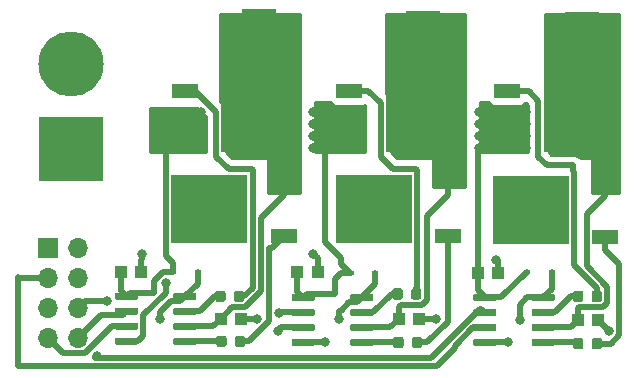
<source format=gbr>
G04 #@! TF.GenerationSoftware,KiCad,Pcbnew,(5.1.5-0)*
G04 #@! TF.CreationDate,2021-08-12T18:14:52-04:00*
G04 #@! TF.ProjectId,ESC_V3,4553435f-5633-42e6-9b69-6361645f7063,rev?*
G04 #@! TF.SameCoordinates,Original*
G04 #@! TF.FileFunction,Copper,L1,Top*
G04 #@! TF.FilePolarity,Positive*
%FSLAX46Y46*%
G04 Gerber Fmt 4.6, Leading zero omitted, Abs format (unit mm)*
G04 Created by KiCad (PCBNEW (5.1.5-0)) date 2021-08-12 18:14:52*
%MOMM*%
%LPD*%
G04 APERTURE LIST*
%ADD10R,1.099820X0.998220*%
%ADD11R,0.600000X0.450000*%
%ADD12R,1.700000X1.700000*%
%ADD13O,1.700000X1.700000*%
%ADD14R,2.200000X1.200000*%
%ADD15R,6.400000X5.800000*%
%ADD16C,0.100000*%
%ADD17R,3.000000X5.000000*%
%ADD18R,5.516000X5.516000*%
%ADD19C,5.516000*%
%ADD20C,0.800000*%
%ADD21C,0.500000*%
%ADD22C,0.254000*%
G04 APERTURE END LIST*
D10*
X113203280Y-87500000D03*
X114900000Y-87500000D03*
X128151640Y-87500000D03*
X129848360Y-87500000D03*
X143403280Y-87600000D03*
X145100000Y-87600000D03*
X121651640Y-91495000D03*
X123348360Y-91495000D03*
X136751640Y-91500000D03*
X138448360Y-91500000D03*
X151903280Y-91600000D03*
X153600000Y-91600000D03*
D11*
X119700000Y-87500000D03*
X117600000Y-87500000D03*
X132650000Y-87600000D03*
X134750000Y-87600000D03*
X149700000Y-87500000D03*
X147600000Y-87500000D03*
D12*
X107000000Y-85500000D03*
D13*
X109540000Y-85500000D03*
X107000000Y-88040000D03*
X109540000Y-88040000D03*
X107000000Y-90580000D03*
X109540000Y-90580000D03*
X107000000Y-93120000D03*
X109540000Y-93120000D03*
D14*
X118600000Y-72220000D03*
X118600000Y-76780000D03*
D15*
X124900000Y-74500000D03*
X120700000Y-82200000D03*
D14*
X127000000Y-79920000D03*
X127000000Y-84480000D03*
X132535000Y-72220000D03*
X132535000Y-76780000D03*
D15*
X138835000Y-74500000D03*
X134600000Y-82200000D03*
D14*
X140900000Y-79920000D03*
X140900000Y-84480000D03*
X145900000Y-72220000D03*
X145900000Y-76780000D03*
D15*
X152200000Y-74500000D03*
X147900000Y-82300000D03*
D14*
X154200000Y-80020000D03*
X154200000Y-84580000D03*
G04 #@! TA.AperFunction,SMDPad,CuDef*
D16*
G36*
X123440191Y-89116053D02*
G01*
X123461426Y-89119203D01*
X123482250Y-89124419D01*
X123502462Y-89131651D01*
X123521868Y-89140830D01*
X123540281Y-89151866D01*
X123557524Y-89164654D01*
X123573430Y-89179070D01*
X123587846Y-89194976D01*
X123600634Y-89212219D01*
X123611670Y-89230632D01*
X123620849Y-89250038D01*
X123628081Y-89270250D01*
X123633297Y-89291074D01*
X123636447Y-89312309D01*
X123637500Y-89333750D01*
X123637500Y-89846250D01*
X123636447Y-89867691D01*
X123633297Y-89888926D01*
X123628081Y-89909750D01*
X123620849Y-89929962D01*
X123611670Y-89949368D01*
X123600634Y-89967781D01*
X123587846Y-89985024D01*
X123573430Y-90000930D01*
X123557524Y-90015346D01*
X123540281Y-90028134D01*
X123521868Y-90039170D01*
X123502462Y-90048349D01*
X123482250Y-90055581D01*
X123461426Y-90060797D01*
X123440191Y-90063947D01*
X123418750Y-90065000D01*
X122981250Y-90065000D01*
X122959809Y-90063947D01*
X122938574Y-90060797D01*
X122917750Y-90055581D01*
X122897538Y-90048349D01*
X122878132Y-90039170D01*
X122859719Y-90028134D01*
X122842476Y-90015346D01*
X122826570Y-90000930D01*
X122812154Y-89985024D01*
X122799366Y-89967781D01*
X122788330Y-89949368D01*
X122779151Y-89929962D01*
X122771919Y-89909750D01*
X122766703Y-89888926D01*
X122763553Y-89867691D01*
X122762500Y-89846250D01*
X122762500Y-89333750D01*
X122763553Y-89312309D01*
X122766703Y-89291074D01*
X122771919Y-89270250D01*
X122779151Y-89250038D01*
X122788330Y-89230632D01*
X122799366Y-89212219D01*
X122812154Y-89194976D01*
X122826570Y-89179070D01*
X122842476Y-89164654D01*
X122859719Y-89151866D01*
X122878132Y-89140830D01*
X122897538Y-89131651D01*
X122917750Y-89124419D01*
X122938574Y-89119203D01*
X122959809Y-89116053D01*
X122981250Y-89115000D01*
X123418750Y-89115000D01*
X123440191Y-89116053D01*
G37*
G04 #@! TD.AperFunction*
G04 #@! TA.AperFunction,SMDPad,CuDef*
G36*
X121865191Y-89116053D02*
G01*
X121886426Y-89119203D01*
X121907250Y-89124419D01*
X121927462Y-89131651D01*
X121946868Y-89140830D01*
X121965281Y-89151866D01*
X121982524Y-89164654D01*
X121998430Y-89179070D01*
X122012846Y-89194976D01*
X122025634Y-89212219D01*
X122036670Y-89230632D01*
X122045849Y-89250038D01*
X122053081Y-89270250D01*
X122058297Y-89291074D01*
X122061447Y-89312309D01*
X122062500Y-89333750D01*
X122062500Y-89846250D01*
X122061447Y-89867691D01*
X122058297Y-89888926D01*
X122053081Y-89909750D01*
X122045849Y-89929962D01*
X122036670Y-89949368D01*
X122025634Y-89967781D01*
X122012846Y-89985024D01*
X121998430Y-90000930D01*
X121982524Y-90015346D01*
X121965281Y-90028134D01*
X121946868Y-90039170D01*
X121927462Y-90048349D01*
X121907250Y-90055581D01*
X121886426Y-90060797D01*
X121865191Y-90063947D01*
X121843750Y-90065000D01*
X121406250Y-90065000D01*
X121384809Y-90063947D01*
X121363574Y-90060797D01*
X121342750Y-90055581D01*
X121322538Y-90048349D01*
X121303132Y-90039170D01*
X121284719Y-90028134D01*
X121267476Y-90015346D01*
X121251570Y-90000930D01*
X121237154Y-89985024D01*
X121224366Y-89967781D01*
X121213330Y-89949368D01*
X121204151Y-89929962D01*
X121196919Y-89909750D01*
X121191703Y-89888926D01*
X121188553Y-89867691D01*
X121187500Y-89846250D01*
X121187500Y-89333750D01*
X121188553Y-89312309D01*
X121191703Y-89291074D01*
X121196919Y-89270250D01*
X121204151Y-89250038D01*
X121213330Y-89230632D01*
X121224366Y-89212219D01*
X121237154Y-89194976D01*
X121251570Y-89179070D01*
X121267476Y-89164654D01*
X121284719Y-89151866D01*
X121303132Y-89140830D01*
X121322538Y-89131651D01*
X121342750Y-89124419D01*
X121363574Y-89119203D01*
X121384809Y-89116053D01*
X121406250Y-89115000D01*
X121843750Y-89115000D01*
X121865191Y-89116053D01*
G37*
G04 #@! TD.AperFunction*
G04 #@! TA.AperFunction,SMDPad,CuDef*
G36*
X121952691Y-92926053D02*
G01*
X121973926Y-92929203D01*
X121994750Y-92934419D01*
X122014962Y-92941651D01*
X122034368Y-92950830D01*
X122052781Y-92961866D01*
X122070024Y-92974654D01*
X122085930Y-92989070D01*
X122100346Y-93004976D01*
X122113134Y-93022219D01*
X122124170Y-93040632D01*
X122133349Y-93060038D01*
X122140581Y-93080250D01*
X122145797Y-93101074D01*
X122148947Y-93122309D01*
X122150000Y-93143750D01*
X122150000Y-93656250D01*
X122148947Y-93677691D01*
X122145797Y-93698926D01*
X122140581Y-93719750D01*
X122133349Y-93739962D01*
X122124170Y-93759368D01*
X122113134Y-93777781D01*
X122100346Y-93795024D01*
X122085930Y-93810930D01*
X122070024Y-93825346D01*
X122052781Y-93838134D01*
X122034368Y-93849170D01*
X122014962Y-93858349D01*
X121994750Y-93865581D01*
X121973926Y-93870797D01*
X121952691Y-93873947D01*
X121931250Y-93875000D01*
X121493750Y-93875000D01*
X121472309Y-93873947D01*
X121451074Y-93870797D01*
X121430250Y-93865581D01*
X121410038Y-93858349D01*
X121390632Y-93849170D01*
X121372219Y-93838134D01*
X121354976Y-93825346D01*
X121339070Y-93810930D01*
X121324654Y-93795024D01*
X121311866Y-93777781D01*
X121300830Y-93759368D01*
X121291651Y-93739962D01*
X121284419Y-93719750D01*
X121279203Y-93698926D01*
X121276053Y-93677691D01*
X121275000Y-93656250D01*
X121275000Y-93143750D01*
X121276053Y-93122309D01*
X121279203Y-93101074D01*
X121284419Y-93080250D01*
X121291651Y-93060038D01*
X121300830Y-93040632D01*
X121311866Y-93022219D01*
X121324654Y-93004976D01*
X121339070Y-92989070D01*
X121354976Y-92974654D01*
X121372219Y-92961866D01*
X121390632Y-92950830D01*
X121410038Y-92941651D01*
X121430250Y-92934419D01*
X121451074Y-92929203D01*
X121472309Y-92926053D01*
X121493750Y-92925000D01*
X121931250Y-92925000D01*
X121952691Y-92926053D01*
G37*
G04 #@! TD.AperFunction*
G04 #@! TA.AperFunction,SMDPad,CuDef*
G36*
X123527691Y-92926053D02*
G01*
X123548926Y-92929203D01*
X123569750Y-92934419D01*
X123589962Y-92941651D01*
X123609368Y-92950830D01*
X123627781Y-92961866D01*
X123645024Y-92974654D01*
X123660930Y-92989070D01*
X123675346Y-93004976D01*
X123688134Y-93022219D01*
X123699170Y-93040632D01*
X123708349Y-93060038D01*
X123715581Y-93080250D01*
X123720797Y-93101074D01*
X123723947Y-93122309D01*
X123725000Y-93143750D01*
X123725000Y-93656250D01*
X123723947Y-93677691D01*
X123720797Y-93698926D01*
X123715581Y-93719750D01*
X123708349Y-93739962D01*
X123699170Y-93759368D01*
X123688134Y-93777781D01*
X123675346Y-93795024D01*
X123660930Y-93810930D01*
X123645024Y-93825346D01*
X123627781Y-93838134D01*
X123609368Y-93849170D01*
X123589962Y-93858349D01*
X123569750Y-93865581D01*
X123548926Y-93870797D01*
X123527691Y-93873947D01*
X123506250Y-93875000D01*
X123068750Y-93875000D01*
X123047309Y-93873947D01*
X123026074Y-93870797D01*
X123005250Y-93865581D01*
X122985038Y-93858349D01*
X122965632Y-93849170D01*
X122947219Y-93838134D01*
X122929976Y-93825346D01*
X122914070Y-93810930D01*
X122899654Y-93795024D01*
X122886866Y-93777781D01*
X122875830Y-93759368D01*
X122866651Y-93739962D01*
X122859419Y-93719750D01*
X122854203Y-93698926D01*
X122851053Y-93677691D01*
X122850000Y-93656250D01*
X122850000Y-93143750D01*
X122851053Y-93122309D01*
X122854203Y-93101074D01*
X122859419Y-93080250D01*
X122866651Y-93060038D01*
X122875830Y-93040632D01*
X122886866Y-93022219D01*
X122899654Y-93004976D01*
X122914070Y-92989070D01*
X122929976Y-92974654D01*
X122947219Y-92961866D01*
X122965632Y-92950830D01*
X122985038Y-92941651D01*
X123005250Y-92934419D01*
X123026074Y-92929203D01*
X123047309Y-92926053D01*
X123068750Y-92925000D01*
X123506250Y-92925000D01*
X123527691Y-92926053D01*
G37*
G04 #@! TD.AperFunction*
G04 #@! TA.AperFunction,SMDPad,CuDef*
G36*
X138440191Y-88926053D02*
G01*
X138461426Y-88929203D01*
X138482250Y-88934419D01*
X138502462Y-88941651D01*
X138521868Y-88950830D01*
X138540281Y-88961866D01*
X138557524Y-88974654D01*
X138573430Y-88989070D01*
X138587846Y-89004976D01*
X138600634Y-89022219D01*
X138611670Y-89040632D01*
X138620849Y-89060038D01*
X138628081Y-89080250D01*
X138633297Y-89101074D01*
X138636447Y-89122309D01*
X138637500Y-89143750D01*
X138637500Y-89656250D01*
X138636447Y-89677691D01*
X138633297Y-89698926D01*
X138628081Y-89719750D01*
X138620849Y-89739962D01*
X138611670Y-89759368D01*
X138600634Y-89777781D01*
X138587846Y-89795024D01*
X138573430Y-89810930D01*
X138557524Y-89825346D01*
X138540281Y-89838134D01*
X138521868Y-89849170D01*
X138502462Y-89858349D01*
X138482250Y-89865581D01*
X138461426Y-89870797D01*
X138440191Y-89873947D01*
X138418750Y-89875000D01*
X137981250Y-89875000D01*
X137959809Y-89873947D01*
X137938574Y-89870797D01*
X137917750Y-89865581D01*
X137897538Y-89858349D01*
X137878132Y-89849170D01*
X137859719Y-89838134D01*
X137842476Y-89825346D01*
X137826570Y-89810930D01*
X137812154Y-89795024D01*
X137799366Y-89777781D01*
X137788330Y-89759368D01*
X137779151Y-89739962D01*
X137771919Y-89719750D01*
X137766703Y-89698926D01*
X137763553Y-89677691D01*
X137762500Y-89656250D01*
X137762500Y-89143750D01*
X137763553Y-89122309D01*
X137766703Y-89101074D01*
X137771919Y-89080250D01*
X137779151Y-89060038D01*
X137788330Y-89040632D01*
X137799366Y-89022219D01*
X137812154Y-89004976D01*
X137826570Y-88989070D01*
X137842476Y-88974654D01*
X137859719Y-88961866D01*
X137878132Y-88950830D01*
X137897538Y-88941651D01*
X137917750Y-88934419D01*
X137938574Y-88929203D01*
X137959809Y-88926053D01*
X137981250Y-88925000D01*
X138418750Y-88925000D01*
X138440191Y-88926053D01*
G37*
G04 #@! TD.AperFunction*
G04 #@! TA.AperFunction,SMDPad,CuDef*
G36*
X136865191Y-88926053D02*
G01*
X136886426Y-88929203D01*
X136907250Y-88934419D01*
X136927462Y-88941651D01*
X136946868Y-88950830D01*
X136965281Y-88961866D01*
X136982524Y-88974654D01*
X136998430Y-88989070D01*
X137012846Y-89004976D01*
X137025634Y-89022219D01*
X137036670Y-89040632D01*
X137045849Y-89060038D01*
X137053081Y-89080250D01*
X137058297Y-89101074D01*
X137061447Y-89122309D01*
X137062500Y-89143750D01*
X137062500Y-89656250D01*
X137061447Y-89677691D01*
X137058297Y-89698926D01*
X137053081Y-89719750D01*
X137045849Y-89739962D01*
X137036670Y-89759368D01*
X137025634Y-89777781D01*
X137012846Y-89795024D01*
X136998430Y-89810930D01*
X136982524Y-89825346D01*
X136965281Y-89838134D01*
X136946868Y-89849170D01*
X136927462Y-89858349D01*
X136907250Y-89865581D01*
X136886426Y-89870797D01*
X136865191Y-89873947D01*
X136843750Y-89875000D01*
X136406250Y-89875000D01*
X136384809Y-89873947D01*
X136363574Y-89870797D01*
X136342750Y-89865581D01*
X136322538Y-89858349D01*
X136303132Y-89849170D01*
X136284719Y-89838134D01*
X136267476Y-89825346D01*
X136251570Y-89810930D01*
X136237154Y-89795024D01*
X136224366Y-89777781D01*
X136213330Y-89759368D01*
X136204151Y-89739962D01*
X136196919Y-89719750D01*
X136191703Y-89698926D01*
X136188553Y-89677691D01*
X136187500Y-89656250D01*
X136187500Y-89143750D01*
X136188553Y-89122309D01*
X136191703Y-89101074D01*
X136196919Y-89080250D01*
X136204151Y-89060038D01*
X136213330Y-89040632D01*
X136224366Y-89022219D01*
X136237154Y-89004976D01*
X136251570Y-88989070D01*
X136267476Y-88974654D01*
X136284719Y-88961866D01*
X136303132Y-88950830D01*
X136322538Y-88941651D01*
X136342750Y-88934419D01*
X136363574Y-88929203D01*
X136384809Y-88926053D01*
X136406250Y-88925000D01*
X136843750Y-88925000D01*
X136865191Y-88926053D01*
G37*
G04 #@! TD.AperFunction*
G04 #@! TA.AperFunction,SMDPad,CuDef*
G36*
X136940191Y-93026053D02*
G01*
X136961426Y-93029203D01*
X136982250Y-93034419D01*
X137002462Y-93041651D01*
X137021868Y-93050830D01*
X137040281Y-93061866D01*
X137057524Y-93074654D01*
X137073430Y-93089070D01*
X137087846Y-93104976D01*
X137100634Y-93122219D01*
X137111670Y-93140632D01*
X137120849Y-93160038D01*
X137128081Y-93180250D01*
X137133297Y-93201074D01*
X137136447Y-93222309D01*
X137137500Y-93243750D01*
X137137500Y-93756250D01*
X137136447Y-93777691D01*
X137133297Y-93798926D01*
X137128081Y-93819750D01*
X137120849Y-93839962D01*
X137111670Y-93859368D01*
X137100634Y-93877781D01*
X137087846Y-93895024D01*
X137073430Y-93910930D01*
X137057524Y-93925346D01*
X137040281Y-93938134D01*
X137021868Y-93949170D01*
X137002462Y-93958349D01*
X136982250Y-93965581D01*
X136961426Y-93970797D01*
X136940191Y-93973947D01*
X136918750Y-93975000D01*
X136481250Y-93975000D01*
X136459809Y-93973947D01*
X136438574Y-93970797D01*
X136417750Y-93965581D01*
X136397538Y-93958349D01*
X136378132Y-93949170D01*
X136359719Y-93938134D01*
X136342476Y-93925346D01*
X136326570Y-93910930D01*
X136312154Y-93895024D01*
X136299366Y-93877781D01*
X136288330Y-93859368D01*
X136279151Y-93839962D01*
X136271919Y-93819750D01*
X136266703Y-93798926D01*
X136263553Y-93777691D01*
X136262500Y-93756250D01*
X136262500Y-93243750D01*
X136263553Y-93222309D01*
X136266703Y-93201074D01*
X136271919Y-93180250D01*
X136279151Y-93160038D01*
X136288330Y-93140632D01*
X136299366Y-93122219D01*
X136312154Y-93104976D01*
X136326570Y-93089070D01*
X136342476Y-93074654D01*
X136359719Y-93061866D01*
X136378132Y-93050830D01*
X136397538Y-93041651D01*
X136417750Y-93034419D01*
X136438574Y-93029203D01*
X136459809Y-93026053D01*
X136481250Y-93025000D01*
X136918750Y-93025000D01*
X136940191Y-93026053D01*
G37*
G04 #@! TD.AperFunction*
G04 #@! TA.AperFunction,SMDPad,CuDef*
G36*
X138515191Y-93026053D02*
G01*
X138536426Y-93029203D01*
X138557250Y-93034419D01*
X138577462Y-93041651D01*
X138596868Y-93050830D01*
X138615281Y-93061866D01*
X138632524Y-93074654D01*
X138648430Y-93089070D01*
X138662846Y-93104976D01*
X138675634Y-93122219D01*
X138686670Y-93140632D01*
X138695849Y-93160038D01*
X138703081Y-93180250D01*
X138708297Y-93201074D01*
X138711447Y-93222309D01*
X138712500Y-93243750D01*
X138712500Y-93756250D01*
X138711447Y-93777691D01*
X138708297Y-93798926D01*
X138703081Y-93819750D01*
X138695849Y-93839962D01*
X138686670Y-93859368D01*
X138675634Y-93877781D01*
X138662846Y-93895024D01*
X138648430Y-93910930D01*
X138632524Y-93925346D01*
X138615281Y-93938134D01*
X138596868Y-93949170D01*
X138577462Y-93958349D01*
X138557250Y-93965581D01*
X138536426Y-93970797D01*
X138515191Y-93973947D01*
X138493750Y-93975000D01*
X138056250Y-93975000D01*
X138034809Y-93973947D01*
X138013574Y-93970797D01*
X137992750Y-93965581D01*
X137972538Y-93958349D01*
X137953132Y-93949170D01*
X137934719Y-93938134D01*
X137917476Y-93925346D01*
X137901570Y-93910930D01*
X137887154Y-93895024D01*
X137874366Y-93877781D01*
X137863330Y-93859368D01*
X137854151Y-93839962D01*
X137846919Y-93819750D01*
X137841703Y-93798926D01*
X137838553Y-93777691D01*
X137837500Y-93756250D01*
X137837500Y-93243750D01*
X137838553Y-93222309D01*
X137841703Y-93201074D01*
X137846919Y-93180250D01*
X137854151Y-93160038D01*
X137863330Y-93140632D01*
X137874366Y-93122219D01*
X137887154Y-93104976D01*
X137901570Y-93089070D01*
X137917476Y-93074654D01*
X137934719Y-93061866D01*
X137953132Y-93050830D01*
X137972538Y-93041651D01*
X137992750Y-93034419D01*
X138013574Y-93029203D01*
X138034809Y-93026053D01*
X138056250Y-93025000D01*
X138493750Y-93025000D01*
X138515191Y-93026053D01*
G37*
G04 #@! TD.AperFunction*
G04 #@! TA.AperFunction,SMDPad,CuDef*
G36*
X153727691Y-89126053D02*
G01*
X153748926Y-89129203D01*
X153769750Y-89134419D01*
X153789962Y-89141651D01*
X153809368Y-89150830D01*
X153827781Y-89161866D01*
X153845024Y-89174654D01*
X153860930Y-89189070D01*
X153875346Y-89204976D01*
X153888134Y-89222219D01*
X153899170Y-89240632D01*
X153908349Y-89260038D01*
X153915581Y-89280250D01*
X153920797Y-89301074D01*
X153923947Y-89322309D01*
X153925000Y-89343750D01*
X153925000Y-89856250D01*
X153923947Y-89877691D01*
X153920797Y-89898926D01*
X153915581Y-89919750D01*
X153908349Y-89939962D01*
X153899170Y-89959368D01*
X153888134Y-89977781D01*
X153875346Y-89995024D01*
X153860930Y-90010930D01*
X153845024Y-90025346D01*
X153827781Y-90038134D01*
X153809368Y-90049170D01*
X153789962Y-90058349D01*
X153769750Y-90065581D01*
X153748926Y-90070797D01*
X153727691Y-90073947D01*
X153706250Y-90075000D01*
X153268750Y-90075000D01*
X153247309Y-90073947D01*
X153226074Y-90070797D01*
X153205250Y-90065581D01*
X153185038Y-90058349D01*
X153165632Y-90049170D01*
X153147219Y-90038134D01*
X153129976Y-90025346D01*
X153114070Y-90010930D01*
X153099654Y-89995024D01*
X153086866Y-89977781D01*
X153075830Y-89959368D01*
X153066651Y-89939962D01*
X153059419Y-89919750D01*
X153054203Y-89898926D01*
X153051053Y-89877691D01*
X153050000Y-89856250D01*
X153050000Y-89343750D01*
X153051053Y-89322309D01*
X153054203Y-89301074D01*
X153059419Y-89280250D01*
X153066651Y-89260038D01*
X153075830Y-89240632D01*
X153086866Y-89222219D01*
X153099654Y-89204976D01*
X153114070Y-89189070D01*
X153129976Y-89174654D01*
X153147219Y-89161866D01*
X153165632Y-89150830D01*
X153185038Y-89141651D01*
X153205250Y-89134419D01*
X153226074Y-89129203D01*
X153247309Y-89126053D01*
X153268750Y-89125000D01*
X153706250Y-89125000D01*
X153727691Y-89126053D01*
G37*
G04 #@! TD.AperFunction*
G04 #@! TA.AperFunction,SMDPad,CuDef*
G36*
X152152691Y-89126053D02*
G01*
X152173926Y-89129203D01*
X152194750Y-89134419D01*
X152214962Y-89141651D01*
X152234368Y-89150830D01*
X152252781Y-89161866D01*
X152270024Y-89174654D01*
X152285930Y-89189070D01*
X152300346Y-89204976D01*
X152313134Y-89222219D01*
X152324170Y-89240632D01*
X152333349Y-89260038D01*
X152340581Y-89280250D01*
X152345797Y-89301074D01*
X152348947Y-89322309D01*
X152350000Y-89343750D01*
X152350000Y-89856250D01*
X152348947Y-89877691D01*
X152345797Y-89898926D01*
X152340581Y-89919750D01*
X152333349Y-89939962D01*
X152324170Y-89959368D01*
X152313134Y-89977781D01*
X152300346Y-89995024D01*
X152285930Y-90010930D01*
X152270024Y-90025346D01*
X152252781Y-90038134D01*
X152234368Y-90049170D01*
X152214962Y-90058349D01*
X152194750Y-90065581D01*
X152173926Y-90070797D01*
X152152691Y-90073947D01*
X152131250Y-90075000D01*
X151693750Y-90075000D01*
X151672309Y-90073947D01*
X151651074Y-90070797D01*
X151630250Y-90065581D01*
X151610038Y-90058349D01*
X151590632Y-90049170D01*
X151572219Y-90038134D01*
X151554976Y-90025346D01*
X151539070Y-90010930D01*
X151524654Y-89995024D01*
X151511866Y-89977781D01*
X151500830Y-89959368D01*
X151491651Y-89939962D01*
X151484419Y-89919750D01*
X151479203Y-89898926D01*
X151476053Y-89877691D01*
X151475000Y-89856250D01*
X151475000Y-89343750D01*
X151476053Y-89322309D01*
X151479203Y-89301074D01*
X151484419Y-89280250D01*
X151491651Y-89260038D01*
X151500830Y-89240632D01*
X151511866Y-89222219D01*
X151524654Y-89204976D01*
X151539070Y-89189070D01*
X151554976Y-89174654D01*
X151572219Y-89161866D01*
X151590632Y-89150830D01*
X151610038Y-89141651D01*
X151630250Y-89134419D01*
X151651074Y-89129203D01*
X151672309Y-89126053D01*
X151693750Y-89125000D01*
X152131250Y-89125000D01*
X152152691Y-89126053D01*
G37*
G04 #@! TD.AperFunction*
G04 #@! TA.AperFunction,SMDPad,CuDef*
G36*
X152152691Y-93126053D02*
G01*
X152173926Y-93129203D01*
X152194750Y-93134419D01*
X152214962Y-93141651D01*
X152234368Y-93150830D01*
X152252781Y-93161866D01*
X152270024Y-93174654D01*
X152285930Y-93189070D01*
X152300346Y-93204976D01*
X152313134Y-93222219D01*
X152324170Y-93240632D01*
X152333349Y-93260038D01*
X152340581Y-93280250D01*
X152345797Y-93301074D01*
X152348947Y-93322309D01*
X152350000Y-93343750D01*
X152350000Y-93856250D01*
X152348947Y-93877691D01*
X152345797Y-93898926D01*
X152340581Y-93919750D01*
X152333349Y-93939962D01*
X152324170Y-93959368D01*
X152313134Y-93977781D01*
X152300346Y-93995024D01*
X152285930Y-94010930D01*
X152270024Y-94025346D01*
X152252781Y-94038134D01*
X152234368Y-94049170D01*
X152214962Y-94058349D01*
X152194750Y-94065581D01*
X152173926Y-94070797D01*
X152152691Y-94073947D01*
X152131250Y-94075000D01*
X151693750Y-94075000D01*
X151672309Y-94073947D01*
X151651074Y-94070797D01*
X151630250Y-94065581D01*
X151610038Y-94058349D01*
X151590632Y-94049170D01*
X151572219Y-94038134D01*
X151554976Y-94025346D01*
X151539070Y-94010930D01*
X151524654Y-93995024D01*
X151511866Y-93977781D01*
X151500830Y-93959368D01*
X151491651Y-93939962D01*
X151484419Y-93919750D01*
X151479203Y-93898926D01*
X151476053Y-93877691D01*
X151475000Y-93856250D01*
X151475000Y-93343750D01*
X151476053Y-93322309D01*
X151479203Y-93301074D01*
X151484419Y-93280250D01*
X151491651Y-93260038D01*
X151500830Y-93240632D01*
X151511866Y-93222219D01*
X151524654Y-93204976D01*
X151539070Y-93189070D01*
X151554976Y-93174654D01*
X151572219Y-93161866D01*
X151590632Y-93150830D01*
X151610038Y-93141651D01*
X151630250Y-93134419D01*
X151651074Y-93129203D01*
X151672309Y-93126053D01*
X151693750Y-93125000D01*
X152131250Y-93125000D01*
X152152691Y-93126053D01*
G37*
G04 #@! TD.AperFunction*
G04 #@! TA.AperFunction,SMDPad,CuDef*
G36*
X153727691Y-93126053D02*
G01*
X153748926Y-93129203D01*
X153769750Y-93134419D01*
X153789962Y-93141651D01*
X153809368Y-93150830D01*
X153827781Y-93161866D01*
X153845024Y-93174654D01*
X153860930Y-93189070D01*
X153875346Y-93204976D01*
X153888134Y-93222219D01*
X153899170Y-93240632D01*
X153908349Y-93260038D01*
X153915581Y-93280250D01*
X153920797Y-93301074D01*
X153923947Y-93322309D01*
X153925000Y-93343750D01*
X153925000Y-93856250D01*
X153923947Y-93877691D01*
X153920797Y-93898926D01*
X153915581Y-93919750D01*
X153908349Y-93939962D01*
X153899170Y-93959368D01*
X153888134Y-93977781D01*
X153875346Y-93995024D01*
X153860930Y-94010930D01*
X153845024Y-94025346D01*
X153827781Y-94038134D01*
X153809368Y-94049170D01*
X153789962Y-94058349D01*
X153769750Y-94065581D01*
X153748926Y-94070797D01*
X153727691Y-94073947D01*
X153706250Y-94075000D01*
X153268750Y-94075000D01*
X153247309Y-94073947D01*
X153226074Y-94070797D01*
X153205250Y-94065581D01*
X153185038Y-94058349D01*
X153165632Y-94049170D01*
X153147219Y-94038134D01*
X153129976Y-94025346D01*
X153114070Y-94010930D01*
X153099654Y-93995024D01*
X153086866Y-93977781D01*
X153075830Y-93959368D01*
X153066651Y-93939962D01*
X153059419Y-93919750D01*
X153054203Y-93898926D01*
X153051053Y-93877691D01*
X153050000Y-93856250D01*
X153050000Y-93343750D01*
X153051053Y-93322309D01*
X153054203Y-93301074D01*
X153059419Y-93280250D01*
X153066651Y-93260038D01*
X153075830Y-93240632D01*
X153086866Y-93222219D01*
X153099654Y-93204976D01*
X153114070Y-93189070D01*
X153129976Y-93174654D01*
X153147219Y-93161866D01*
X153165632Y-93150830D01*
X153185038Y-93141651D01*
X153205250Y-93134419D01*
X153226074Y-93129203D01*
X153247309Y-93126053D01*
X153268750Y-93125000D01*
X153706250Y-93125000D01*
X153727691Y-93126053D01*
G37*
G04 #@! TD.AperFunction*
G04 #@! TA.AperFunction,SMDPad,CuDef*
G36*
X114514703Y-89290722D02*
G01*
X114529264Y-89292882D01*
X114543543Y-89296459D01*
X114557403Y-89301418D01*
X114570710Y-89307712D01*
X114583336Y-89315280D01*
X114595159Y-89324048D01*
X114606066Y-89333934D01*
X114615952Y-89344841D01*
X114624720Y-89356664D01*
X114632288Y-89369290D01*
X114638582Y-89382597D01*
X114643541Y-89396457D01*
X114647118Y-89410736D01*
X114649278Y-89425297D01*
X114650000Y-89440000D01*
X114650000Y-89740000D01*
X114649278Y-89754703D01*
X114647118Y-89769264D01*
X114643541Y-89783543D01*
X114638582Y-89797403D01*
X114632288Y-89810710D01*
X114624720Y-89823336D01*
X114615952Y-89835159D01*
X114606066Y-89846066D01*
X114595159Y-89855952D01*
X114583336Y-89864720D01*
X114570710Y-89872288D01*
X114557403Y-89878582D01*
X114543543Y-89883541D01*
X114529264Y-89887118D01*
X114514703Y-89889278D01*
X114500000Y-89890000D01*
X112850000Y-89890000D01*
X112835297Y-89889278D01*
X112820736Y-89887118D01*
X112806457Y-89883541D01*
X112792597Y-89878582D01*
X112779290Y-89872288D01*
X112766664Y-89864720D01*
X112754841Y-89855952D01*
X112743934Y-89846066D01*
X112734048Y-89835159D01*
X112725280Y-89823336D01*
X112717712Y-89810710D01*
X112711418Y-89797403D01*
X112706459Y-89783543D01*
X112702882Y-89769264D01*
X112700722Y-89754703D01*
X112700000Y-89740000D01*
X112700000Y-89440000D01*
X112700722Y-89425297D01*
X112702882Y-89410736D01*
X112706459Y-89396457D01*
X112711418Y-89382597D01*
X112717712Y-89369290D01*
X112725280Y-89356664D01*
X112734048Y-89344841D01*
X112743934Y-89333934D01*
X112754841Y-89324048D01*
X112766664Y-89315280D01*
X112779290Y-89307712D01*
X112792597Y-89301418D01*
X112806457Y-89296459D01*
X112820736Y-89292882D01*
X112835297Y-89290722D01*
X112850000Y-89290000D01*
X114500000Y-89290000D01*
X114514703Y-89290722D01*
G37*
G04 #@! TD.AperFunction*
G04 #@! TA.AperFunction,SMDPad,CuDef*
G36*
X114514703Y-90560722D02*
G01*
X114529264Y-90562882D01*
X114543543Y-90566459D01*
X114557403Y-90571418D01*
X114570710Y-90577712D01*
X114583336Y-90585280D01*
X114595159Y-90594048D01*
X114606066Y-90603934D01*
X114615952Y-90614841D01*
X114624720Y-90626664D01*
X114632288Y-90639290D01*
X114638582Y-90652597D01*
X114643541Y-90666457D01*
X114647118Y-90680736D01*
X114649278Y-90695297D01*
X114650000Y-90710000D01*
X114650000Y-91010000D01*
X114649278Y-91024703D01*
X114647118Y-91039264D01*
X114643541Y-91053543D01*
X114638582Y-91067403D01*
X114632288Y-91080710D01*
X114624720Y-91093336D01*
X114615952Y-91105159D01*
X114606066Y-91116066D01*
X114595159Y-91125952D01*
X114583336Y-91134720D01*
X114570710Y-91142288D01*
X114557403Y-91148582D01*
X114543543Y-91153541D01*
X114529264Y-91157118D01*
X114514703Y-91159278D01*
X114500000Y-91160000D01*
X112850000Y-91160000D01*
X112835297Y-91159278D01*
X112820736Y-91157118D01*
X112806457Y-91153541D01*
X112792597Y-91148582D01*
X112779290Y-91142288D01*
X112766664Y-91134720D01*
X112754841Y-91125952D01*
X112743934Y-91116066D01*
X112734048Y-91105159D01*
X112725280Y-91093336D01*
X112717712Y-91080710D01*
X112711418Y-91067403D01*
X112706459Y-91053543D01*
X112702882Y-91039264D01*
X112700722Y-91024703D01*
X112700000Y-91010000D01*
X112700000Y-90710000D01*
X112700722Y-90695297D01*
X112702882Y-90680736D01*
X112706459Y-90666457D01*
X112711418Y-90652597D01*
X112717712Y-90639290D01*
X112725280Y-90626664D01*
X112734048Y-90614841D01*
X112743934Y-90603934D01*
X112754841Y-90594048D01*
X112766664Y-90585280D01*
X112779290Y-90577712D01*
X112792597Y-90571418D01*
X112806457Y-90566459D01*
X112820736Y-90562882D01*
X112835297Y-90560722D01*
X112850000Y-90560000D01*
X114500000Y-90560000D01*
X114514703Y-90560722D01*
G37*
G04 #@! TD.AperFunction*
G04 #@! TA.AperFunction,SMDPad,CuDef*
G36*
X114514703Y-91830722D02*
G01*
X114529264Y-91832882D01*
X114543543Y-91836459D01*
X114557403Y-91841418D01*
X114570710Y-91847712D01*
X114583336Y-91855280D01*
X114595159Y-91864048D01*
X114606066Y-91873934D01*
X114615952Y-91884841D01*
X114624720Y-91896664D01*
X114632288Y-91909290D01*
X114638582Y-91922597D01*
X114643541Y-91936457D01*
X114647118Y-91950736D01*
X114649278Y-91965297D01*
X114650000Y-91980000D01*
X114650000Y-92280000D01*
X114649278Y-92294703D01*
X114647118Y-92309264D01*
X114643541Y-92323543D01*
X114638582Y-92337403D01*
X114632288Y-92350710D01*
X114624720Y-92363336D01*
X114615952Y-92375159D01*
X114606066Y-92386066D01*
X114595159Y-92395952D01*
X114583336Y-92404720D01*
X114570710Y-92412288D01*
X114557403Y-92418582D01*
X114543543Y-92423541D01*
X114529264Y-92427118D01*
X114514703Y-92429278D01*
X114500000Y-92430000D01*
X112850000Y-92430000D01*
X112835297Y-92429278D01*
X112820736Y-92427118D01*
X112806457Y-92423541D01*
X112792597Y-92418582D01*
X112779290Y-92412288D01*
X112766664Y-92404720D01*
X112754841Y-92395952D01*
X112743934Y-92386066D01*
X112734048Y-92375159D01*
X112725280Y-92363336D01*
X112717712Y-92350710D01*
X112711418Y-92337403D01*
X112706459Y-92323543D01*
X112702882Y-92309264D01*
X112700722Y-92294703D01*
X112700000Y-92280000D01*
X112700000Y-91980000D01*
X112700722Y-91965297D01*
X112702882Y-91950736D01*
X112706459Y-91936457D01*
X112711418Y-91922597D01*
X112717712Y-91909290D01*
X112725280Y-91896664D01*
X112734048Y-91884841D01*
X112743934Y-91873934D01*
X112754841Y-91864048D01*
X112766664Y-91855280D01*
X112779290Y-91847712D01*
X112792597Y-91841418D01*
X112806457Y-91836459D01*
X112820736Y-91832882D01*
X112835297Y-91830722D01*
X112850000Y-91830000D01*
X114500000Y-91830000D01*
X114514703Y-91830722D01*
G37*
G04 #@! TD.AperFunction*
G04 #@! TA.AperFunction,SMDPad,CuDef*
G36*
X114514703Y-93100722D02*
G01*
X114529264Y-93102882D01*
X114543543Y-93106459D01*
X114557403Y-93111418D01*
X114570710Y-93117712D01*
X114583336Y-93125280D01*
X114595159Y-93134048D01*
X114606066Y-93143934D01*
X114615952Y-93154841D01*
X114624720Y-93166664D01*
X114632288Y-93179290D01*
X114638582Y-93192597D01*
X114643541Y-93206457D01*
X114647118Y-93220736D01*
X114649278Y-93235297D01*
X114650000Y-93250000D01*
X114650000Y-93550000D01*
X114649278Y-93564703D01*
X114647118Y-93579264D01*
X114643541Y-93593543D01*
X114638582Y-93607403D01*
X114632288Y-93620710D01*
X114624720Y-93633336D01*
X114615952Y-93645159D01*
X114606066Y-93656066D01*
X114595159Y-93665952D01*
X114583336Y-93674720D01*
X114570710Y-93682288D01*
X114557403Y-93688582D01*
X114543543Y-93693541D01*
X114529264Y-93697118D01*
X114514703Y-93699278D01*
X114500000Y-93700000D01*
X112850000Y-93700000D01*
X112835297Y-93699278D01*
X112820736Y-93697118D01*
X112806457Y-93693541D01*
X112792597Y-93688582D01*
X112779290Y-93682288D01*
X112766664Y-93674720D01*
X112754841Y-93665952D01*
X112743934Y-93656066D01*
X112734048Y-93645159D01*
X112725280Y-93633336D01*
X112717712Y-93620710D01*
X112711418Y-93607403D01*
X112706459Y-93593543D01*
X112702882Y-93579264D01*
X112700722Y-93564703D01*
X112700000Y-93550000D01*
X112700000Y-93250000D01*
X112700722Y-93235297D01*
X112702882Y-93220736D01*
X112706459Y-93206457D01*
X112711418Y-93192597D01*
X112717712Y-93179290D01*
X112725280Y-93166664D01*
X112734048Y-93154841D01*
X112743934Y-93143934D01*
X112754841Y-93134048D01*
X112766664Y-93125280D01*
X112779290Y-93117712D01*
X112792597Y-93111418D01*
X112806457Y-93106459D01*
X112820736Y-93102882D01*
X112835297Y-93100722D01*
X112850000Y-93100000D01*
X114500000Y-93100000D01*
X114514703Y-93100722D01*
G37*
G04 #@! TD.AperFunction*
G04 #@! TA.AperFunction,SMDPad,CuDef*
G36*
X119464703Y-93100722D02*
G01*
X119479264Y-93102882D01*
X119493543Y-93106459D01*
X119507403Y-93111418D01*
X119520710Y-93117712D01*
X119533336Y-93125280D01*
X119545159Y-93134048D01*
X119556066Y-93143934D01*
X119565952Y-93154841D01*
X119574720Y-93166664D01*
X119582288Y-93179290D01*
X119588582Y-93192597D01*
X119593541Y-93206457D01*
X119597118Y-93220736D01*
X119599278Y-93235297D01*
X119600000Y-93250000D01*
X119600000Y-93550000D01*
X119599278Y-93564703D01*
X119597118Y-93579264D01*
X119593541Y-93593543D01*
X119588582Y-93607403D01*
X119582288Y-93620710D01*
X119574720Y-93633336D01*
X119565952Y-93645159D01*
X119556066Y-93656066D01*
X119545159Y-93665952D01*
X119533336Y-93674720D01*
X119520710Y-93682288D01*
X119507403Y-93688582D01*
X119493543Y-93693541D01*
X119479264Y-93697118D01*
X119464703Y-93699278D01*
X119450000Y-93700000D01*
X117800000Y-93700000D01*
X117785297Y-93699278D01*
X117770736Y-93697118D01*
X117756457Y-93693541D01*
X117742597Y-93688582D01*
X117729290Y-93682288D01*
X117716664Y-93674720D01*
X117704841Y-93665952D01*
X117693934Y-93656066D01*
X117684048Y-93645159D01*
X117675280Y-93633336D01*
X117667712Y-93620710D01*
X117661418Y-93607403D01*
X117656459Y-93593543D01*
X117652882Y-93579264D01*
X117650722Y-93564703D01*
X117650000Y-93550000D01*
X117650000Y-93250000D01*
X117650722Y-93235297D01*
X117652882Y-93220736D01*
X117656459Y-93206457D01*
X117661418Y-93192597D01*
X117667712Y-93179290D01*
X117675280Y-93166664D01*
X117684048Y-93154841D01*
X117693934Y-93143934D01*
X117704841Y-93134048D01*
X117716664Y-93125280D01*
X117729290Y-93117712D01*
X117742597Y-93111418D01*
X117756457Y-93106459D01*
X117770736Y-93102882D01*
X117785297Y-93100722D01*
X117800000Y-93100000D01*
X119450000Y-93100000D01*
X119464703Y-93100722D01*
G37*
G04 #@! TD.AperFunction*
G04 #@! TA.AperFunction,SMDPad,CuDef*
G36*
X119464703Y-91830722D02*
G01*
X119479264Y-91832882D01*
X119493543Y-91836459D01*
X119507403Y-91841418D01*
X119520710Y-91847712D01*
X119533336Y-91855280D01*
X119545159Y-91864048D01*
X119556066Y-91873934D01*
X119565952Y-91884841D01*
X119574720Y-91896664D01*
X119582288Y-91909290D01*
X119588582Y-91922597D01*
X119593541Y-91936457D01*
X119597118Y-91950736D01*
X119599278Y-91965297D01*
X119600000Y-91980000D01*
X119600000Y-92280000D01*
X119599278Y-92294703D01*
X119597118Y-92309264D01*
X119593541Y-92323543D01*
X119588582Y-92337403D01*
X119582288Y-92350710D01*
X119574720Y-92363336D01*
X119565952Y-92375159D01*
X119556066Y-92386066D01*
X119545159Y-92395952D01*
X119533336Y-92404720D01*
X119520710Y-92412288D01*
X119507403Y-92418582D01*
X119493543Y-92423541D01*
X119479264Y-92427118D01*
X119464703Y-92429278D01*
X119450000Y-92430000D01*
X117800000Y-92430000D01*
X117785297Y-92429278D01*
X117770736Y-92427118D01*
X117756457Y-92423541D01*
X117742597Y-92418582D01*
X117729290Y-92412288D01*
X117716664Y-92404720D01*
X117704841Y-92395952D01*
X117693934Y-92386066D01*
X117684048Y-92375159D01*
X117675280Y-92363336D01*
X117667712Y-92350710D01*
X117661418Y-92337403D01*
X117656459Y-92323543D01*
X117652882Y-92309264D01*
X117650722Y-92294703D01*
X117650000Y-92280000D01*
X117650000Y-91980000D01*
X117650722Y-91965297D01*
X117652882Y-91950736D01*
X117656459Y-91936457D01*
X117661418Y-91922597D01*
X117667712Y-91909290D01*
X117675280Y-91896664D01*
X117684048Y-91884841D01*
X117693934Y-91873934D01*
X117704841Y-91864048D01*
X117716664Y-91855280D01*
X117729290Y-91847712D01*
X117742597Y-91841418D01*
X117756457Y-91836459D01*
X117770736Y-91832882D01*
X117785297Y-91830722D01*
X117800000Y-91830000D01*
X119450000Y-91830000D01*
X119464703Y-91830722D01*
G37*
G04 #@! TD.AperFunction*
G04 #@! TA.AperFunction,SMDPad,CuDef*
G36*
X119464703Y-90560722D02*
G01*
X119479264Y-90562882D01*
X119493543Y-90566459D01*
X119507403Y-90571418D01*
X119520710Y-90577712D01*
X119533336Y-90585280D01*
X119545159Y-90594048D01*
X119556066Y-90603934D01*
X119565952Y-90614841D01*
X119574720Y-90626664D01*
X119582288Y-90639290D01*
X119588582Y-90652597D01*
X119593541Y-90666457D01*
X119597118Y-90680736D01*
X119599278Y-90695297D01*
X119600000Y-90710000D01*
X119600000Y-91010000D01*
X119599278Y-91024703D01*
X119597118Y-91039264D01*
X119593541Y-91053543D01*
X119588582Y-91067403D01*
X119582288Y-91080710D01*
X119574720Y-91093336D01*
X119565952Y-91105159D01*
X119556066Y-91116066D01*
X119545159Y-91125952D01*
X119533336Y-91134720D01*
X119520710Y-91142288D01*
X119507403Y-91148582D01*
X119493543Y-91153541D01*
X119479264Y-91157118D01*
X119464703Y-91159278D01*
X119450000Y-91160000D01*
X117800000Y-91160000D01*
X117785297Y-91159278D01*
X117770736Y-91157118D01*
X117756457Y-91153541D01*
X117742597Y-91148582D01*
X117729290Y-91142288D01*
X117716664Y-91134720D01*
X117704841Y-91125952D01*
X117693934Y-91116066D01*
X117684048Y-91105159D01*
X117675280Y-91093336D01*
X117667712Y-91080710D01*
X117661418Y-91067403D01*
X117656459Y-91053543D01*
X117652882Y-91039264D01*
X117650722Y-91024703D01*
X117650000Y-91010000D01*
X117650000Y-90710000D01*
X117650722Y-90695297D01*
X117652882Y-90680736D01*
X117656459Y-90666457D01*
X117661418Y-90652597D01*
X117667712Y-90639290D01*
X117675280Y-90626664D01*
X117684048Y-90614841D01*
X117693934Y-90603934D01*
X117704841Y-90594048D01*
X117716664Y-90585280D01*
X117729290Y-90577712D01*
X117742597Y-90571418D01*
X117756457Y-90566459D01*
X117770736Y-90562882D01*
X117785297Y-90560722D01*
X117800000Y-90560000D01*
X119450000Y-90560000D01*
X119464703Y-90560722D01*
G37*
G04 #@! TD.AperFunction*
G04 #@! TA.AperFunction,SMDPad,CuDef*
G36*
X119464703Y-89290722D02*
G01*
X119479264Y-89292882D01*
X119493543Y-89296459D01*
X119507403Y-89301418D01*
X119520710Y-89307712D01*
X119533336Y-89315280D01*
X119545159Y-89324048D01*
X119556066Y-89333934D01*
X119565952Y-89344841D01*
X119574720Y-89356664D01*
X119582288Y-89369290D01*
X119588582Y-89382597D01*
X119593541Y-89396457D01*
X119597118Y-89410736D01*
X119599278Y-89425297D01*
X119600000Y-89440000D01*
X119600000Y-89740000D01*
X119599278Y-89754703D01*
X119597118Y-89769264D01*
X119593541Y-89783543D01*
X119588582Y-89797403D01*
X119582288Y-89810710D01*
X119574720Y-89823336D01*
X119565952Y-89835159D01*
X119556066Y-89846066D01*
X119545159Y-89855952D01*
X119533336Y-89864720D01*
X119520710Y-89872288D01*
X119507403Y-89878582D01*
X119493543Y-89883541D01*
X119479264Y-89887118D01*
X119464703Y-89889278D01*
X119450000Y-89890000D01*
X117800000Y-89890000D01*
X117785297Y-89889278D01*
X117770736Y-89887118D01*
X117756457Y-89883541D01*
X117742597Y-89878582D01*
X117729290Y-89872288D01*
X117716664Y-89864720D01*
X117704841Y-89855952D01*
X117693934Y-89846066D01*
X117684048Y-89835159D01*
X117675280Y-89823336D01*
X117667712Y-89810710D01*
X117661418Y-89797403D01*
X117656459Y-89783543D01*
X117652882Y-89769264D01*
X117650722Y-89754703D01*
X117650000Y-89740000D01*
X117650000Y-89440000D01*
X117650722Y-89425297D01*
X117652882Y-89410736D01*
X117656459Y-89396457D01*
X117661418Y-89382597D01*
X117667712Y-89369290D01*
X117675280Y-89356664D01*
X117684048Y-89344841D01*
X117693934Y-89333934D01*
X117704841Y-89324048D01*
X117716664Y-89315280D01*
X117729290Y-89307712D01*
X117742597Y-89301418D01*
X117756457Y-89296459D01*
X117770736Y-89292882D01*
X117785297Y-89290722D01*
X117800000Y-89290000D01*
X119450000Y-89290000D01*
X119464703Y-89290722D01*
G37*
G04 #@! TD.AperFunction*
G04 #@! TA.AperFunction,SMDPad,CuDef*
G36*
X134414703Y-89395722D02*
G01*
X134429264Y-89397882D01*
X134443543Y-89401459D01*
X134457403Y-89406418D01*
X134470710Y-89412712D01*
X134483336Y-89420280D01*
X134495159Y-89429048D01*
X134506066Y-89438934D01*
X134515952Y-89449841D01*
X134524720Y-89461664D01*
X134532288Y-89474290D01*
X134538582Y-89487597D01*
X134543541Y-89501457D01*
X134547118Y-89515736D01*
X134549278Y-89530297D01*
X134550000Y-89545000D01*
X134550000Y-89845000D01*
X134549278Y-89859703D01*
X134547118Y-89874264D01*
X134543541Y-89888543D01*
X134538582Y-89902403D01*
X134532288Y-89915710D01*
X134524720Y-89928336D01*
X134515952Y-89940159D01*
X134506066Y-89951066D01*
X134495159Y-89960952D01*
X134483336Y-89969720D01*
X134470710Y-89977288D01*
X134457403Y-89983582D01*
X134443543Y-89988541D01*
X134429264Y-89992118D01*
X134414703Y-89994278D01*
X134400000Y-89995000D01*
X132750000Y-89995000D01*
X132735297Y-89994278D01*
X132720736Y-89992118D01*
X132706457Y-89988541D01*
X132692597Y-89983582D01*
X132679290Y-89977288D01*
X132666664Y-89969720D01*
X132654841Y-89960952D01*
X132643934Y-89951066D01*
X132634048Y-89940159D01*
X132625280Y-89928336D01*
X132617712Y-89915710D01*
X132611418Y-89902403D01*
X132606459Y-89888543D01*
X132602882Y-89874264D01*
X132600722Y-89859703D01*
X132600000Y-89845000D01*
X132600000Y-89545000D01*
X132600722Y-89530297D01*
X132602882Y-89515736D01*
X132606459Y-89501457D01*
X132611418Y-89487597D01*
X132617712Y-89474290D01*
X132625280Y-89461664D01*
X132634048Y-89449841D01*
X132643934Y-89438934D01*
X132654841Y-89429048D01*
X132666664Y-89420280D01*
X132679290Y-89412712D01*
X132692597Y-89406418D01*
X132706457Y-89401459D01*
X132720736Y-89397882D01*
X132735297Y-89395722D01*
X132750000Y-89395000D01*
X134400000Y-89395000D01*
X134414703Y-89395722D01*
G37*
G04 #@! TD.AperFunction*
G04 #@! TA.AperFunction,SMDPad,CuDef*
G36*
X134414703Y-90665722D02*
G01*
X134429264Y-90667882D01*
X134443543Y-90671459D01*
X134457403Y-90676418D01*
X134470710Y-90682712D01*
X134483336Y-90690280D01*
X134495159Y-90699048D01*
X134506066Y-90708934D01*
X134515952Y-90719841D01*
X134524720Y-90731664D01*
X134532288Y-90744290D01*
X134538582Y-90757597D01*
X134543541Y-90771457D01*
X134547118Y-90785736D01*
X134549278Y-90800297D01*
X134550000Y-90815000D01*
X134550000Y-91115000D01*
X134549278Y-91129703D01*
X134547118Y-91144264D01*
X134543541Y-91158543D01*
X134538582Y-91172403D01*
X134532288Y-91185710D01*
X134524720Y-91198336D01*
X134515952Y-91210159D01*
X134506066Y-91221066D01*
X134495159Y-91230952D01*
X134483336Y-91239720D01*
X134470710Y-91247288D01*
X134457403Y-91253582D01*
X134443543Y-91258541D01*
X134429264Y-91262118D01*
X134414703Y-91264278D01*
X134400000Y-91265000D01*
X132750000Y-91265000D01*
X132735297Y-91264278D01*
X132720736Y-91262118D01*
X132706457Y-91258541D01*
X132692597Y-91253582D01*
X132679290Y-91247288D01*
X132666664Y-91239720D01*
X132654841Y-91230952D01*
X132643934Y-91221066D01*
X132634048Y-91210159D01*
X132625280Y-91198336D01*
X132617712Y-91185710D01*
X132611418Y-91172403D01*
X132606459Y-91158543D01*
X132602882Y-91144264D01*
X132600722Y-91129703D01*
X132600000Y-91115000D01*
X132600000Y-90815000D01*
X132600722Y-90800297D01*
X132602882Y-90785736D01*
X132606459Y-90771457D01*
X132611418Y-90757597D01*
X132617712Y-90744290D01*
X132625280Y-90731664D01*
X132634048Y-90719841D01*
X132643934Y-90708934D01*
X132654841Y-90699048D01*
X132666664Y-90690280D01*
X132679290Y-90682712D01*
X132692597Y-90676418D01*
X132706457Y-90671459D01*
X132720736Y-90667882D01*
X132735297Y-90665722D01*
X132750000Y-90665000D01*
X134400000Y-90665000D01*
X134414703Y-90665722D01*
G37*
G04 #@! TD.AperFunction*
G04 #@! TA.AperFunction,SMDPad,CuDef*
G36*
X134414703Y-91935722D02*
G01*
X134429264Y-91937882D01*
X134443543Y-91941459D01*
X134457403Y-91946418D01*
X134470710Y-91952712D01*
X134483336Y-91960280D01*
X134495159Y-91969048D01*
X134506066Y-91978934D01*
X134515952Y-91989841D01*
X134524720Y-92001664D01*
X134532288Y-92014290D01*
X134538582Y-92027597D01*
X134543541Y-92041457D01*
X134547118Y-92055736D01*
X134549278Y-92070297D01*
X134550000Y-92085000D01*
X134550000Y-92385000D01*
X134549278Y-92399703D01*
X134547118Y-92414264D01*
X134543541Y-92428543D01*
X134538582Y-92442403D01*
X134532288Y-92455710D01*
X134524720Y-92468336D01*
X134515952Y-92480159D01*
X134506066Y-92491066D01*
X134495159Y-92500952D01*
X134483336Y-92509720D01*
X134470710Y-92517288D01*
X134457403Y-92523582D01*
X134443543Y-92528541D01*
X134429264Y-92532118D01*
X134414703Y-92534278D01*
X134400000Y-92535000D01*
X132750000Y-92535000D01*
X132735297Y-92534278D01*
X132720736Y-92532118D01*
X132706457Y-92528541D01*
X132692597Y-92523582D01*
X132679290Y-92517288D01*
X132666664Y-92509720D01*
X132654841Y-92500952D01*
X132643934Y-92491066D01*
X132634048Y-92480159D01*
X132625280Y-92468336D01*
X132617712Y-92455710D01*
X132611418Y-92442403D01*
X132606459Y-92428543D01*
X132602882Y-92414264D01*
X132600722Y-92399703D01*
X132600000Y-92385000D01*
X132600000Y-92085000D01*
X132600722Y-92070297D01*
X132602882Y-92055736D01*
X132606459Y-92041457D01*
X132611418Y-92027597D01*
X132617712Y-92014290D01*
X132625280Y-92001664D01*
X132634048Y-91989841D01*
X132643934Y-91978934D01*
X132654841Y-91969048D01*
X132666664Y-91960280D01*
X132679290Y-91952712D01*
X132692597Y-91946418D01*
X132706457Y-91941459D01*
X132720736Y-91937882D01*
X132735297Y-91935722D01*
X132750000Y-91935000D01*
X134400000Y-91935000D01*
X134414703Y-91935722D01*
G37*
G04 #@! TD.AperFunction*
G04 #@! TA.AperFunction,SMDPad,CuDef*
G36*
X134414703Y-93205722D02*
G01*
X134429264Y-93207882D01*
X134443543Y-93211459D01*
X134457403Y-93216418D01*
X134470710Y-93222712D01*
X134483336Y-93230280D01*
X134495159Y-93239048D01*
X134506066Y-93248934D01*
X134515952Y-93259841D01*
X134524720Y-93271664D01*
X134532288Y-93284290D01*
X134538582Y-93297597D01*
X134543541Y-93311457D01*
X134547118Y-93325736D01*
X134549278Y-93340297D01*
X134550000Y-93355000D01*
X134550000Y-93655000D01*
X134549278Y-93669703D01*
X134547118Y-93684264D01*
X134543541Y-93698543D01*
X134538582Y-93712403D01*
X134532288Y-93725710D01*
X134524720Y-93738336D01*
X134515952Y-93750159D01*
X134506066Y-93761066D01*
X134495159Y-93770952D01*
X134483336Y-93779720D01*
X134470710Y-93787288D01*
X134457403Y-93793582D01*
X134443543Y-93798541D01*
X134429264Y-93802118D01*
X134414703Y-93804278D01*
X134400000Y-93805000D01*
X132750000Y-93805000D01*
X132735297Y-93804278D01*
X132720736Y-93802118D01*
X132706457Y-93798541D01*
X132692597Y-93793582D01*
X132679290Y-93787288D01*
X132666664Y-93779720D01*
X132654841Y-93770952D01*
X132643934Y-93761066D01*
X132634048Y-93750159D01*
X132625280Y-93738336D01*
X132617712Y-93725710D01*
X132611418Y-93712403D01*
X132606459Y-93698543D01*
X132602882Y-93684264D01*
X132600722Y-93669703D01*
X132600000Y-93655000D01*
X132600000Y-93355000D01*
X132600722Y-93340297D01*
X132602882Y-93325736D01*
X132606459Y-93311457D01*
X132611418Y-93297597D01*
X132617712Y-93284290D01*
X132625280Y-93271664D01*
X132634048Y-93259841D01*
X132643934Y-93248934D01*
X132654841Y-93239048D01*
X132666664Y-93230280D01*
X132679290Y-93222712D01*
X132692597Y-93216418D01*
X132706457Y-93211459D01*
X132720736Y-93207882D01*
X132735297Y-93205722D01*
X132750000Y-93205000D01*
X134400000Y-93205000D01*
X134414703Y-93205722D01*
G37*
G04 #@! TD.AperFunction*
G04 #@! TA.AperFunction,SMDPad,CuDef*
G36*
X129464703Y-93205722D02*
G01*
X129479264Y-93207882D01*
X129493543Y-93211459D01*
X129507403Y-93216418D01*
X129520710Y-93222712D01*
X129533336Y-93230280D01*
X129545159Y-93239048D01*
X129556066Y-93248934D01*
X129565952Y-93259841D01*
X129574720Y-93271664D01*
X129582288Y-93284290D01*
X129588582Y-93297597D01*
X129593541Y-93311457D01*
X129597118Y-93325736D01*
X129599278Y-93340297D01*
X129600000Y-93355000D01*
X129600000Y-93655000D01*
X129599278Y-93669703D01*
X129597118Y-93684264D01*
X129593541Y-93698543D01*
X129588582Y-93712403D01*
X129582288Y-93725710D01*
X129574720Y-93738336D01*
X129565952Y-93750159D01*
X129556066Y-93761066D01*
X129545159Y-93770952D01*
X129533336Y-93779720D01*
X129520710Y-93787288D01*
X129507403Y-93793582D01*
X129493543Y-93798541D01*
X129479264Y-93802118D01*
X129464703Y-93804278D01*
X129450000Y-93805000D01*
X127800000Y-93805000D01*
X127785297Y-93804278D01*
X127770736Y-93802118D01*
X127756457Y-93798541D01*
X127742597Y-93793582D01*
X127729290Y-93787288D01*
X127716664Y-93779720D01*
X127704841Y-93770952D01*
X127693934Y-93761066D01*
X127684048Y-93750159D01*
X127675280Y-93738336D01*
X127667712Y-93725710D01*
X127661418Y-93712403D01*
X127656459Y-93698543D01*
X127652882Y-93684264D01*
X127650722Y-93669703D01*
X127650000Y-93655000D01*
X127650000Y-93355000D01*
X127650722Y-93340297D01*
X127652882Y-93325736D01*
X127656459Y-93311457D01*
X127661418Y-93297597D01*
X127667712Y-93284290D01*
X127675280Y-93271664D01*
X127684048Y-93259841D01*
X127693934Y-93248934D01*
X127704841Y-93239048D01*
X127716664Y-93230280D01*
X127729290Y-93222712D01*
X127742597Y-93216418D01*
X127756457Y-93211459D01*
X127770736Y-93207882D01*
X127785297Y-93205722D01*
X127800000Y-93205000D01*
X129450000Y-93205000D01*
X129464703Y-93205722D01*
G37*
G04 #@! TD.AperFunction*
G04 #@! TA.AperFunction,SMDPad,CuDef*
G36*
X129464703Y-91935722D02*
G01*
X129479264Y-91937882D01*
X129493543Y-91941459D01*
X129507403Y-91946418D01*
X129520710Y-91952712D01*
X129533336Y-91960280D01*
X129545159Y-91969048D01*
X129556066Y-91978934D01*
X129565952Y-91989841D01*
X129574720Y-92001664D01*
X129582288Y-92014290D01*
X129588582Y-92027597D01*
X129593541Y-92041457D01*
X129597118Y-92055736D01*
X129599278Y-92070297D01*
X129600000Y-92085000D01*
X129600000Y-92385000D01*
X129599278Y-92399703D01*
X129597118Y-92414264D01*
X129593541Y-92428543D01*
X129588582Y-92442403D01*
X129582288Y-92455710D01*
X129574720Y-92468336D01*
X129565952Y-92480159D01*
X129556066Y-92491066D01*
X129545159Y-92500952D01*
X129533336Y-92509720D01*
X129520710Y-92517288D01*
X129507403Y-92523582D01*
X129493543Y-92528541D01*
X129479264Y-92532118D01*
X129464703Y-92534278D01*
X129450000Y-92535000D01*
X127800000Y-92535000D01*
X127785297Y-92534278D01*
X127770736Y-92532118D01*
X127756457Y-92528541D01*
X127742597Y-92523582D01*
X127729290Y-92517288D01*
X127716664Y-92509720D01*
X127704841Y-92500952D01*
X127693934Y-92491066D01*
X127684048Y-92480159D01*
X127675280Y-92468336D01*
X127667712Y-92455710D01*
X127661418Y-92442403D01*
X127656459Y-92428543D01*
X127652882Y-92414264D01*
X127650722Y-92399703D01*
X127650000Y-92385000D01*
X127650000Y-92085000D01*
X127650722Y-92070297D01*
X127652882Y-92055736D01*
X127656459Y-92041457D01*
X127661418Y-92027597D01*
X127667712Y-92014290D01*
X127675280Y-92001664D01*
X127684048Y-91989841D01*
X127693934Y-91978934D01*
X127704841Y-91969048D01*
X127716664Y-91960280D01*
X127729290Y-91952712D01*
X127742597Y-91946418D01*
X127756457Y-91941459D01*
X127770736Y-91937882D01*
X127785297Y-91935722D01*
X127800000Y-91935000D01*
X129450000Y-91935000D01*
X129464703Y-91935722D01*
G37*
G04 #@! TD.AperFunction*
G04 #@! TA.AperFunction,SMDPad,CuDef*
G36*
X129464703Y-90665722D02*
G01*
X129479264Y-90667882D01*
X129493543Y-90671459D01*
X129507403Y-90676418D01*
X129520710Y-90682712D01*
X129533336Y-90690280D01*
X129545159Y-90699048D01*
X129556066Y-90708934D01*
X129565952Y-90719841D01*
X129574720Y-90731664D01*
X129582288Y-90744290D01*
X129588582Y-90757597D01*
X129593541Y-90771457D01*
X129597118Y-90785736D01*
X129599278Y-90800297D01*
X129600000Y-90815000D01*
X129600000Y-91115000D01*
X129599278Y-91129703D01*
X129597118Y-91144264D01*
X129593541Y-91158543D01*
X129588582Y-91172403D01*
X129582288Y-91185710D01*
X129574720Y-91198336D01*
X129565952Y-91210159D01*
X129556066Y-91221066D01*
X129545159Y-91230952D01*
X129533336Y-91239720D01*
X129520710Y-91247288D01*
X129507403Y-91253582D01*
X129493543Y-91258541D01*
X129479264Y-91262118D01*
X129464703Y-91264278D01*
X129450000Y-91265000D01*
X127800000Y-91265000D01*
X127785297Y-91264278D01*
X127770736Y-91262118D01*
X127756457Y-91258541D01*
X127742597Y-91253582D01*
X127729290Y-91247288D01*
X127716664Y-91239720D01*
X127704841Y-91230952D01*
X127693934Y-91221066D01*
X127684048Y-91210159D01*
X127675280Y-91198336D01*
X127667712Y-91185710D01*
X127661418Y-91172403D01*
X127656459Y-91158543D01*
X127652882Y-91144264D01*
X127650722Y-91129703D01*
X127650000Y-91115000D01*
X127650000Y-90815000D01*
X127650722Y-90800297D01*
X127652882Y-90785736D01*
X127656459Y-90771457D01*
X127661418Y-90757597D01*
X127667712Y-90744290D01*
X127675280Y-90731664D01*
X127684048Y-90719841D01*
X127693934Y-90708934D01*
X127704841Y-90699048D01*
X127716664Y-90690280D01*
X127729290Y-90682712D01*
X127742597Y-90676418D01*
X127756457Y-90671459D01*
X127770736Y-90667882D01*
X127785297Y-90665722D01*
X127800000Y-90665000D01*
X129450000Y-90665000D01*
X129464703Y-90665722D01*
G37*
G04 #@! TD.AperFunction*
G04 #@! TA.AperFunction,SMDPad,CuDef*
G36*
X129464703Y-89395722D02*
G01*
X129479264Y-89397882D01*
X129493543Y-89401459D01*
X129507403Y-89406418D01*
X129520710Y-89412712D01*
X129533336Y-89420280D01*
X129545159Y-89429048D01*
X129556066Y-89438934D01*
X129565952Y-89449841D01*
X129574720Y-89461664D01*
X129582288Y-89474290D01*
X129588582Y-89487597D01*
X129593541Y-89501457D01*
X129597118Y-89515736D01*
X129599278Y-89530297D01*
X129600000Y-89545000D01*
X129600000Y-89845000D01*
X129599278Y-89859703D01*
X129597118Y-89874264D01*
X129593541Y-89888543D01*
X129588582Y-89902403D01*
X129582288Y-89915710D01*
X129574720Y-89928336D01*
X129565952Y-89940159D01*
X129556066Y-89951066D01*
X129545159Y-89960952D01*
X129533336Y-89969720D01*
X129520710Y-89977288D01*
X129507403Y-89983582D01*
X129493543Y-89988541D01*
X129479264Y-89992118D01*
X129464703Y-89994278D01*
X129450000Y-89995000D01*
X127800000Y-89995000D01*
X127785297Y-89994278D01*
X127770736Y-89992118D01*
X127756457Y-89988541D01*
X127742597Y-89983582D01*
X127729290Y-89977288D01*
X127716664Y-89969720D01*
X127704841Y-89960952D01*
X127693934Y-89951066D01*
X127684048Y-89940159D01*
X127675280Y-89928336D01*
X127667712Y-89915710D01*
X127661418Y-89902403D01*
X127656459Y-89888543D01*
X127652882Y-89874264D01*
X127650722Y-89859703D01*
X127650000Y-89845000D01*
X127650000Y-89545000D01*
X127650722Y-89530297D01*
X127652882Y-89515736D01*
X127656459Y-89501457D01*
X127661418Y-89487597D01*
X127667712Y-89474290D01*
X127675280Y-89461664D01*
X127684048Y-89449841D01*
X127693934Y-89438934D01*
X127704841Y-89429048D01*
X127716664Y-89420280D01*
X127729290Y-89412712D01*
X127742597Y-89406418D01*
X127756457Y-89401459D01*
X127770736Y-89397882D01*
X127785297Y-89395722D01*
X127800000Y-89395000D01*
X129450000Y-89395000D01*
X129464703Y-89395722D01*
G37*
G04 #@! TD.AperFunction*
G04 #@! TA.AperFunction,SMDPad,CuDef*
G36*
X144864703Y-89395722D02*
G01*
X144879264Y-89397882D01*
X144893543Y-89401459D01*
X144907403Y-89406418D01*
X144920710Y-89412712D01*
X144933336Y-89420280D01*
X144945159Y-89429048D01*
X144956066Y-89438934D01*
X144965952Y-89449841D01*
X144974720Y-89461664D01*
X144982288Y-89474290D01*
X144988582Y-89487597D01*
X144993541Y-89501457D01*
X144997118Y-89515736D01*
X144999278Y-89530297D01*
X145000000Y-89545000D01*
X145000000Y-89845000D01*
X144999278Y-89859703D01*
X144997118Y-89874264D01*
X144993541Y-89888543D01*
X144988582Y-89902403D01*
X144982288Y-89915710D01*
X144974720Y-89928336D01*
X144965952Y-89940159D01*
X144956066Y-89951066D01*
X144945159Y-89960952D01*
X144933336Y-89969720D01*
X144920710Y-89977288D01*
X144907403Y-89983582D01*
X144893543Y-89988541D01*
X144879264Y-89992118D01*
X144864703Y-89994278D01*
X144850000Y-89995000D01*
X143200000Y-89995000D01*
X143185297Y-89994278D01*
X143170736Y-89992118D01*
X143156457Y-89988541D01*
X143142597Y-89983582D01*
X143129290Y-89977288D01*
X143116664Y-89969720D01*
X143104841Y-89960952D01*
X143093934Y-89951066D01*
X143084048Y-89940159D01*
X143075280Y-89928336D01*
X143067712Y-89915710D01*
X143061418Y-89902403D01*
X143056459Y-89888543D01*
X143052882Y-89874264D01*
X143050722Y-89859703D01*
X143050000Y-89845000D01*
X143050000Y-89545000D01*
X143050722Y-89530297D01*
X143052882Y-89515736D01*
X143056459Y-89501457D01*
X143061418Y-89487597D01*
X143067712Y-89474290D01*
X143075280Y-89461664D01*
X143084048Y-89449841D01*
X143093934Y-89438934D01*
X143104841Y-89429048D01*
X143116664Y-89420280D01*
X143129290Y-89412712D01*
X143142597Y-89406418D01*
X143156457Y-89401459D01*
X143170736Y-89397882D01*
X143185297Y-89395722D01*
X143200000Y-89395000D01*
X144850000Y-89395000D01*
X144864703Y-89395722D01*
G37*
G04 #@! TD.AperFunction*
G04 #@! TA.AperFunction,SMDPad,CuDef*
G36*
X144864703Y-90665722D02*
G01*
X144879264Y-90667882D01*
X144893543Y-90671459D01*
X144907403Y-90676418D01*
X144920710Y-90682712D01*
X144933336Y-90690280D01*
X144945159Y-90699048D01*
X144956066Y-90708934D01*
X144965952Y-90719841D01*
X144974720Y-90731664D01*
X144982288Y-90744290D01*
X144988582Y-90757597D01*
X144993541Y-90771457D01*
X144997118Y-90785736D01*
X144999278Y-90800297D01*
X145000000Y-90815000D01*
X145000000Y-91115000D01*
X144999278Y-91129703D01*
X144997118Y-91144264D01*
X144993541Y-91158543D01*
X144988582Y-91172403D01*
X144982288Y-91185710D01*
X144974720Y-91198336D01*
X144965952Y-91210159D01*
X144956066Y-91221066D01*
X144945159Y-91230952D01*
X144933336Y-91239720D01*
X144920710Y-91247288D01*
X144907403Y-91253582D01*
X144893543Y-91258541D01*
X144879264Y-91262118D01*
X144864703Y-91264278D01*
X144850000Y-91265000D01*
X143200000Y-91265000D01*
X143185297Y-91264278D01*
X143170736Y-91262118D01*
X143156457Y-91258541D01*
X143142597Y-91253582D01*
X143129290Y-91247288D01*
X143116664Y-91239720D01*
X143104841Y-91230952D01*
X143093934Y-91221066D01*
X143084048Y-91210159D01*
X143075280Y-91198336D01*
X143067712Y-91185710D01*
X143061418Y-91172403D01*
X143056459Y-91158543D01*
X143052882Y-91144264D01*
X143050722Y-91129703D01*
X143050000Y-91115000D01*
X143050000Y-90815000D01*
X143050722Y-90800297D01*
X143052882Y-90785736D01*
X143056459Y-90771457D01*
X143061418Y-90757597D01*
X143067712Y-90744290D01*
X143075280Y-90731664D01*
X143084048Y-90719841D01*
X143093934Y-90708934D01*
X143104841Y-90699048D01*
X143116664Y-90690280D01*
X143129290Y-90682712D01*
X143142597Y-90676418D01*
X143156457Y-90671459D01*
X143170736Y-90667882D01*
X143185297Y-90665722D01*
X143200000Y-90665000D01*
X144850000Y-90665000D01*
X144864703Y-90665722D01*
G37*
G04 #@! TD.AperFunction*
G04 #@! TA.AperFunction,SMDPad,CuDef*
G36*
X144864703Y-91935722D02*
G01*
X144879264Y-91937882D01*
X144893543Y-91941459D01*
X144907403Y-91946418D01*
X144920710Y-91952712D01*
X144933336Y-91960280D01*
X144945159Y-91969048D01*
X144956066Y-91978934D01*
X144965952Y-91989841D01*
X144974720Y-92001664D01*
X144982288Y-92014290D01*
X144988582Y-92027597D01*
X144993541Y-92041457D01*
X144997118Y-92055736D01*
X144999278Y-92070297D01*
X145000000Y-92085000D01*
X145000000Y-92385000D01*
X144999278Y-92399703D01*
X144997118Y-92414264D01*
X144993541Y-92428543D01*
X144988582Y-92442403D01*
X144982288Y-92455710D01*
X144974720Y-92468336D01*
X144965952Y-92480159D01*
X144956066Y-92491066D01*
X144945159Y-92500952D01*
X144933336Y-92509720D01*
X144920710Y-92517288D01*
X144907403Y-92523582D01*
X144893543Y-92528541D01*
X144879264Y-92532118D01*
X144864703Y-92534278D01*
X144850000Y-92535000D01*
X143200000Y-92535000D01*
X143185297Y-92534278D01*
X143170736Y-92532118D01*
X143156457Y-92528541D01*
X143142597Y-92523582D01*
X143129290Y-92517288D01*
X143116664Y-92509720D01*
X143104841Y-92500952D01*
X143093934Y-92491066D01*
X143084048Y-92480159D01*
X143075280Y-92468336D01*
X143067712Y-92455710D01*
X143061418Y-92442403D01*
X143056459Y-92428543D01*
X143052882Y-92414264D01*
X143050722Y-92399703D01*
X143050000Y-92385000D01*
X143050000Y-92085000D01*
X143050722Y-92070297D01*
X143052882Y-92055736D01*
X143056459Y-92041457D01*
X143061418Y-92027597D01*
X143067712Y-92014290D01*
X143075280Y-92001664D01*
X143084048Y-91989841D01*
X143093934Y-91978934D01*
X143104841Y-91969048D01*
X143116664Y-91960280D01*
X143129290Y-91952712D01*
X143142597Y-91946418D01*
X143156457Y-91941459D01*
X143170736Y-91937882D01*
X143185297Y-91935722D01*
X143200000Y-91935000D01*
X144850000Y-91935000D01*
X144864703Y-91935722D01*
G37*
G04 #@! TD.AperFunction*
G04 #@! TA.AperFunction,SMDPad,CuDef*
G36*
X144864703Y-93205722D02*
G01*
X144879264Y-93207882D01*
X144893543Y-93211459D01*
X144907403Y-93216418D01*
X144920710Y-93222712D01*
X144933336Y-93230280D01*
X144945159Y-93239048D01*
X144956066Y-93248934D01*
X144965952Y-93259841D01*
X144974720Y-93271664D01*
X144982288Y-93284290D01*
X144988582Y-93297597D01*
X144993541Y-93311457D01*
X144997118Y-93325736D01*
X144999278Y-93340297D01*
X145000000Y-93355000D01*
X145000000Y-93655000D01*
X144999278Y-93669703D01*
X144997118Y-93684264D01*
X144993541Y-93698543D01*
X144988582Y-93712403D01*
X144982288Y-93725710D01*
X144974720Y-93738336D01*
X144965952Y-93750159D01*
X144956066Y-93761066D01*
X144945159Y-93770952D01*
X144933336Y-93779720D01*
X144920710Y-93787288D01*
X144907403Y-93793582D01*
X144893543Y-93798541D01*
X144879264Y-93802118D01*
X144864703Y-93804278D01*
X144850000Y-93805000D01*
X143200000Y-93805000D01*
X143185297Y-93804278D01*
X143170736Y-93802118D01*
X143156457Y-93798541D01*
X143142597Y-93793582D01*
X143129290Y-93787288D01*
X143116664Y-93779720D01*
X143104841Y-93770952D01*
X143093934Y-93761066D01*
X143084048Y-93750159D01*
X143075280Y-93738336D01*
X143067712Y-93725710D01*
X143061418Y-93712403D01*
X143056459Y-93698543D01*
X143052882Y-93684264D01*
X143050722Y-93669703D01*
X143050000Y-93655000D01*
X143050000Y-93355000D01*
X143050722Y-93340297D01*
X143052882Y-93325736D01*
X143056459Y-93311457D01*
X143061418Y-93297597D01*
X143067712Y-93284290D01*
X143075280Y-93271664D01*
X143084048Y-93259841D01*
X143093934Y-93248934D01*
X143104841Y-93239048D01*
X143116664Y-93230280D01*
X143129290Y-93222712D01*
X143142597Y-93216418D01*
X143156457Y-93211459D01*
X143170736Y-93207882D01*
X143185297Y-93205722D01*
X143200000Y-93205000D01*
X144850000Y-93205000D01*
X144864703Y-93205722D01*
G37*
G04 #@! TD.AperFunction*
G04 #@! TA.AperFunction,SMDPad,CuDef*
G36*
X149814703Y-93205722D02*
G01*
X149829264Y-93207882D01*
X149843543Y-93211459D01*
X149857403Y-93216418D01*
X149870710Y-93222712D01*
X149883336Y-93230280D01*
X149895159Y-93239048D01*
X149906066Y-93248934D01*
X149915952Y-93259841D01*
X149924720Y-93271664D01*
X149932288Y-93284290D01*
X149938582Y-93297597D01*
X149943541Y-93311457D01*
X149947118Y-93325736D01*
X149949278Y-93340297D01*
X149950000Y-93355000D01*
X149950000Y-93655000D01*
X149949278Y-93669703D01*
X149947118Y-93684264D01*
X149943541Y-93698543D01*
X149938582Y-93712403D01*
X149932288Y-93725710D01*
X149924720Y-93738336D01*
X149915952Y-93750159D01*
X149906066Y-93761066D01*
X149895159Y-93770952D01*
X149883336Y-93779720D01*
X149870710Y-93787288D01*
X149857403Y-93793582D01*
X149843543Y-93798541D01*
X149829264Y-93802118D01*
X149814703Y-93804278D01*
X149800000Y-93805000D01*
X148150000Y-93805000D01*
X148135297Y-93804278D01*
X148120736Y-93802118D01*
X148106457Y-93798541D01*
X148092597Y-93793582D01*
X148079290Y-93787288D01*
X148066664Y-93779720D01*
X148054841Y-93770952D01*
X148043934Y-93761066D01*
X148034048Y-93750159D01*
X148025280Y-93738336D01*
X148017712Y-93725710D01*
X148011418Y-93712403D01*
X148006459Y-93698543D01*
X148002882Y-93684264D01*
X148000722Y-93669703D01*
X148000000Y-93655000D01*
X148000000Y-93355000D01*
X148000722Y-93340297D01*
X148002882Y-93325736D01*
X148006459Y-93311457D01*
X148011418Y-93297597D01*
X148017712Y-93284290D01*
X148025280Y-93271664D01*
X148034048Y-93259841D01*
X148043934Y-93248934D01*
X148054841Y-93239048D01*
X148066664Y-93230280D01*
X148079290Y-93222712D01*
X148092597Y-93216418D01*
X148106457Y-93211459D01*
X148120736Y-93207882D01*
X148135297Y-93205722D01*
X148150000Y-93205000D01*
X149800000Y-93205000D01*
X149814703Y-93205722D01*
G37*
G04 #@! TD.AperFunction*
G04 #@! TA.AperFunction,SMDPad,CuDef*
G36*
X149814703Y-91935722D02*
G01*
X149829264Y-91937882D01*
X149843543Y-91941459D01*
X149857403Y-91946418D01*
X149870710Y-91952712D01*
X149883336Y-91960280D01*
X149895159Y-91969048D01*
X149906066Y-91978934D01*
X149915952Y-91989841D01*
X149924720Y-92001664D01*
X149932288Y-92014290D01*
X149938582Y-92027597D01*
X149943541Y-92041457D01*
X149947118Y-92055736D01*
X149949278Y-92070297D01*
X149950000Y-92085000D01*
X149950000Y-92385000D01*
X149949278Y-92399703D01*
X149947118Y-92414264D01*
X149943541Y-92428543D01*
X149938582Y-92442403D01*
X149932288Y-92455710D01*
X149924720Y-92468336D01*
X149915952Y-92480159D01*
X149906066Y-92491066D01*
X149895159Y-92500952D01*
X149883336Y-92509720D01*
X149870710Y-92517288D01*
X149857403Y-92523582D01*
X149843543Y-92528541D01*
X149829264Y-92532118D01*
X149814703Y-92534278D01*
X149800000Y-92535000D01*
X148150000Y-92535000D01*
X148135297Y-92534278D01*
X148120736Y-92532118D01*
X148106457Y-92528541D01*
X148092597Y-92523582D01*
X148079290Y-92517288D01*
X148066664Y-92509720D01*
X148054841Y-92500952D01*
X148043934Y-92491066D01*
X148034048Y-92480159D01*
X148025280Y-92468336D01*
X148017712Y-92455710D01*
X148011418Y-92442403D01*
X148006459Y-92428543D01*
X148002882Y-92414264D01*
X148000722Y-92399703D01*
X148000000Y-92385000D01*
X148000000Y-92085000D01*
X148000722Y-92070297D01*
X148002882Y-92055736D01*
X148006459Y-92041457D01*
X148011418Y-92027597D01*
X148017712Y-92014290D01*
X148025280Y-92001664D01*
X148034048Y-91989841D01*
X148043934Y-91978934D01*
X148054841Y-91969048D01*
X148066664Y-91960280D01*
X148079290Y-91952712D01*
X148092597Y-91946418D01*
X148106457Y-91941459D01*
X148120736Y-91937882D01*
X148135297Y-91935722D01*
X148150000Y-91935000D01*
X149800000Y-91935000D01*
X149814703Y-91935722D01*
G37*
G04 #@! TD.AperFunction*
G04 #@! TA.AperFunction,SMDPad,CuDef*
G36*
X149814703Y-90665722D02*
G01*
X149829264Y-90667882D01*
X149843543Y-90671459D01*
X149857403Y-90676418D01*
X149870710Y-90682712D01*
X149883336Y-90690280D01*
X149895159Y-90699048D01*
X149906066Y-90708934D01*
X149915952Y-90719841D01*
X149924720Y-90731664D01*
X149932288Y-90744290D01*
X149938582Y-90757597D01*
X149943541Y-90771457D01*
X149947118Y-90785736D01*
X149949278Y-90800297D01*
X149950000Y-90815000D01*
X149950000Y-91115000D01*
X149949278Y-91129703D01*
X149947118Y-91144264D01*
X149943541Y-91158543D01*
X149938582Y-91172403D01*
X149932288Y-91185710D01*
X149924720Y-91198336D01*
X149915952Y-91210159D01*
X149906066Y-91221066D01*
X149895159Y-91230952D01*
X149883336Y-91239720D01*
X149870710Y-91247288D01*
X149857403Y-91253582D01*
X149843543Y-91258541D01*
X149829264Y-91262118D01*
X149814703Y-91264278D01*
X149800000Y-91265000D01*
X148150000Y-91265000D01*
X148135297Y-91264278D01*
X148120736Y-91262118D01*
X148106457Y-91258541D01*
X148092597Y-91253582D01*
X148079290Y-91247288D01*
X148066664Y-91239720D01*
X148054841Y-91230952D01*
X148043934Y-91221066D01*
X148034048Y-91210159D01*
X148025280Y-91198336D01*
X148017712Y-91185710D01*
X148011418Y-91172403D01*
X148006459Y-91158543D01*
X148002882Y-91144264D01*
X148000722Y-91129703D01*
X148000000Y-91115000D01*
X148000000Y-90815000D01*
X148000722Y-90800297D01*
X148002882Y-90785736D01*
X148006459Y-90771457D01*
X148011418Y-90757597D01*
X148017712Y-90744290D01*
X148025280Y-90731664D01*
X148034048Y-90719841D01*
X148043934Y-90708934D01*
X148054841Y-90699048D01*
X148066664Y-90690280D01*
X148079290Y-90682712D01*
X148092597Y-90676418D01*
X148106457Y-90671459D01*
X148120736Y-90667882D01*
X148135297Y-90665722D01*
X148150000Y-90665000D01*
X149800000Y-90665000D01*
X149814703Y-90665722D01*
G37*
G04 #@! TD.AperFunction*
G04 #@! TA.AperFunction,SMDPad,CuDef*
G36*
X149814703Y-89395722D02*
G01*
X149829264Y-89397882D01*
X149843543Y-89401459D01*
X149857403Y-89406418D01*
X149870710Y-89412712D01*
X149883336Y-89420280D01*
X149895159Y-89429048D01*
X149906066Y-89438934D01*
X149915952Y-89449841D01*
X149924720Y-89461664D01*
X149932288Y-89474290D01*
X149938582Y-89487597D01*
X149943541Y-89501457D01*
X149947118Y-89515736D01*
X149949278Y-89530297D01*
X149950000Y-89545000D01*
X149950000Y-89845000D01*
X149949278Y-89859703D01*
X149947118Y-89874264D01*
X149943541Y-89888543D01*
X149938582Y-89902403D01*
X149932288Y-89915710D01*
X149924720Y-89928336D01*
X149915952Y-89940159D01*
X149906066Y-89951066D01*
X149895159Y-89960952D01*
X149883336Y-89969720D01*
X149870710Y-89977288D01*
X149857403Y-89983582D01*
X149843543Y-89988541D01*
X149829264Y-89992118D01*
X149814703Y-89994278D01*
X149800000Y-89995000D01*
X148150000Y-89995000D01*
X148135297Y-89994278D01*
X148120736Y-89992118D01*
X148106457Y-89988541D01*
X148092597Y-89983582D01*
X148079290Y-89977288D01*
X148066664Y-89969720D01*
X148054841Y-89960952D01*
X148043934Y-89951066D01*
X148034048Y-89940159D01*
X148025280Y-89928336D01*
X148017712Y-89915710D01*
X148011418Y-89902403D01*
X148006459Y-89888543D01*
X148002882Y-89874264D01*
X148000722Y-89859703D01*
X148000000Y-89845000D01*
X148000000Y-89545000D01*
X148000722Y-89530297D01*
X148002882Y-89515736D01*
X148006459Y-89501457D01*
X148011418Y-89487597D01*
X148017712Y-89474290D01*
X148025280Y-89461664D01*
X148034048Y-89449841D01*
X148043934Y-89438934D01*
X148054841Y-89429048D01*
X148066664Y-89420280D01*
X148079290Y-89412712D01*
X148092597Y-89406418D01*
X148106457Y-89401459D01*
X148120736Y-89397882D01*
X148135297Y-89395722D01*
X148150000Y-89395000D01*
X149800000Y-89395000D01*
X149814703Y-89395722D01*
G37*
G04 #@! TD.AperFunction*
D17*
X124880000Y-67745000D03*
D18*
X109000000Y-77100000D03*
D19*
X109000000Y-69900000D03*
D17*
X138800000Y-67900000D03*
X152250000Y-67945000D03*
D20*
X145500000Y-77000000D03*
X146500000Y-77000000D03*
X131500000Y-77000000D03*
X132500000Y-77000000D03*
X133500000Y-77000000D03*
X118000000Y-77000000D03*
X119000000Y-77000000D03*
X120000000Y-77000000D03*
X117000000Y-77000000D03*
X116000000Y-77000000D03*
X116000000Y-76000000D03*
X117000000Y-76000000D03*
X118000000Y-76000000D03*
X119000000Y-76000000D03*
X120000000Y-76000000D03*
X120000000Y-75000000D03*
X119000000Y-75000000D03*
X118000000Y-75000000D03*
X117000000Y-75000000D03*
X116000000Y-75000000D03*
X116000000Y-74000000D03*
X117000000Y-74000000D03*
X118000000Y-74000000D03*
X119000000Y-74000000D03*
X120000000Y-74000000D03*
X130500000Y-77000000D03*
X129500000Y-77000000D03*
X129500000Y-76000000D03*
X130500000Y-76000000D03*
X131500000Y-76000000D03*
X132500000Y-76000000D03*
X133500000Y-76000000D03*
X133500000Y-75000000D03*
X132500000Y-75000000D03*
X131500000Y-75000000D03*
X130500000Y-75000000D03*
X129500000Y-75000000D03*
X129500000Y-74000000D03*
X130500000Y-74000000D03*
X131500000Y-74000000D03*
X132500000Y-74000000D03*
X133500000Y-74000000D03*
X147500000Y-77000000D03*
X144500000Y-77000000D03*
X143500000Y-77000000D03*
X143500000Y-76000000D03*
X144500000Y-76000000D03*
X145500000Y-76000000D03*
X146500000Y-76000000D03*
X147500000Y-76000000D03*
X147500000Y-75000000D03*
X146500000Y-75000000D03*
X145500000Y-75000000D03*
X144500000Y-75000000D03*
X143500000Y-75000000D03*
X143500000Y-74000000D03*
X144500000Y-74000000D03*
X145500000Y-74000000D03*
X146500000Y-74000000D03*
X147500000Y-74000000D03*
X150000000Y-84000000D03*
X149000000Y-84000000D03*
X148000000Y-84000000D03*
X147000000Y-84000000D03*
X146000000Y-84000000D03*
X146000000Y-83000000D03*
X147000000Y-83000000D03*
X148000000Y-83000000D03*
X149000000Y-83000000D03*
X150000000Y-83000000D03*
X150000000Y-82000000D03*
X149000000Y-82000000D03*
X148000000Y-82000000D03*
X147000000Y-82000000D03*
X146000000Y-82000000D03*
X146000000Y-81000000D03*
X147000000Y-81000000D03*
X148000000Y-81000000D03*
X149000000Y-81000000D03*
X150000000Y-81000000D03*
X150000000Y-80000000D03*
X149000000Y-80000000D03*
X148000000Y-80000000D03*
X147000000Y-80000000D03*
X146000000Y-80000000D03*
X136500000Y-84000000D03*
X135500000Y-84000000D03*
X134500000Y-84000000D03*
X133500000Y-84000000D03*
X132500000Y-84000000D03*
X132500000Y-83000000D03*
X133500000Y-83000000D03*
X134500000Y-83000000D03*
X135500000Y-83000000D03*
X136500000Y-83000000D03*
X136500000Y-82000000D03*
X135500000Y-82000000D03*
X134500000Y-82000000D03*
X133500000Y-82000000D03*
X132500000Y-82000000D03*
X132500000Y-81000000D03*
X133500000Y-81000000D03*
X134500000Y-81000000D03*
X135500000Y-81000000D03*
X136500000Y-81000000D03*
X136500000Y-80000000D03*
X135500000Y-80000000D03*
X134500000Y-80000000D03*
X133500000Y-80000000D03*
X132500000Y-80000000D03*
X122500000Y-84000000D03*
X121500000Y-84000000D03*
X120500000Y-84000000D03*
X119500000Y-84000000D03*
X118500000Y-84000000D03*
X118500000Y-83000000D03*
X119500000Y-83000000D03*
X120500000Y-83000000D03*
X121500000Y-83000000D03*
X122500000Y-83000000D03*
X122500000Y-82000000D03*
X121500000Y-82000000D03*
X120500000Y-82000000D03*
X119500000Y-82000000D03*
X118500000Y-82000000D03*
X118500000Y-81000000D03*
X119500000Y-81000000D03*
X120500000Y-81000000D03*
X121500000Y-81000000D03*
X122500000Y-81000000D03*
X122500000Y-80000000D03*
X121500000Y-80000000D03*
X120500000Y-80000000D03*
X119500000Y-80000000D03*
X118500000Y-80000000D03*
X115000000Y-86000000D03*
X130500000Y-93500000D03*
X129500000Y-86000000D03*
X146000000Y-93500000D03*
X145000000Y-86500000D03*
X117001041Y-88501041D03*
X124700000Y-91500000D03*
X116500000Y-91500000D03*
X139900000Y-91500000D03*
X131700000Y-91500000D03*
X154500000Y-92500000D03*
X147000000Y-91600000D03*
X111143042Y-94643042D03*
X126500000Y-92500000D03*
X126600021Y-91000000D03*
X112000000Y-90000000D03*
D21*
X113203280Y-89118280D02*
X113675000Y-89590000D01*
X113203280Y-87500000D02*
X113203280Y-89118280D01*
X116800000Y-87500000D02*
X117600000Y-87500000D01*
X116010000Y-88290000D02*
X116800000Y-87500000D01*
X116010000Y-89290000D02*
X116010000Y-88290000D01*
X113975000Y-89290000D02*
X116010000Y-89290000D01*
X113675000Y-89590000D02*
X113975000Y-89290000D01*
X128151640Y-89221640D02*
X128625000Y-89695000D01*
X128151640Y-87500000D02*
X128151640Y-89221640D01*
X128925000Y-89395000D02*
X131305000Y-89395000D01*
X128625000Y-89695000D02*
X128925000Y-89395000D01*
X131850000Y-87600000D02*
X132650000Y-87600000D01*
X131305000Y-88145000D02*
X131850000Y-87600000D01*
X131305000Y-89395000D02*
X131305000Y-88145000D01*
X145405000Y-89695000D02*
X147600000Y-87500000D01*
X144025000Y-89695000D02*
X145405000Y-89695000D01*
X143403280Y-89073280D02*
X144025000Y-89695000D01*
X143403280Y-87600000D02*
X143403280Y-89073280D01*
X117000000Y-86175000D02*
X117000000Y-77565685D01*
X117000000Y-77565685D02*
X117000000Y-77000000D01*
X117600000Y-86775000D02*
X117000000Y-86175000D01*
X117600000Y-87500000D02*
X117600000Y-86775000D01*
X130500000Y-85010002D02*
X130500000Y-77565685D01*
X131850000Y-86360002D02*
X130500000Y-85010002D01*
X131850000Y-86875000D02*
X131850000Y-86360002D01*
X130500000Y-77565685D02*
X130500000Y-77000000D01*
X132575000Y-87600000D02*
X131850000Y-86875000D01*
X132650000Y-87600000D02*
X132575000Y-87600000D01*
X143403280Y-77096720D02*
X143500000Y-77000000D01*
X143403280Y-87600000D02*
X143403280Y-77096720D01*
X114900000Y-86500890D02*
X115000000Y-86400890D01*
X114900000Y-87500000D02*
X114900000Y-86500890D01*
X115000000Y-86400890D02*
X115000000Y-86000000D01*
X128625000Y-93505000D02*
X128995000Y-93505000D01*
X128995000Y-93505000D02*
X129000000Y-93500000D01*
X129000000Y-93500000D02*
X130500000Y-93500000D01*
X129848360Y-86348360D02*
X129500000Y-86000000D01*
X129848360Y-87500000D02*
X129848360Y-86348360D01*
X144025000Y-93505000D02*
X144495000Y-93505000D01*
X144495000Y-93505000D02*
X144500000Y-93500000D01*
X144500000Y-93500000D02*
X146000000Y-93500000D01*
X145100000Y-86600000D02*
X145000000Y-86500000D01*
X145100000Y-87600000D02*
X145100000Y-86600000D01*
X117001041Y-89288922D02*
X117001041Y-88501041D01*
X113675000Y-93400000D02*
X114650000Y-93400000D01*
X115100010Y-92949990D02*
X115100010Y-91189953D01*
X115100010Y-91189953D02*
X117001041Y-89288922D01*
X114650000Y-93400000D02*
X115100010Y-92949990D01*
X121016640Y-92130000D02*
X121651640Y-91495000D01*
X118625000Y-92130000D02*
X121016640Y-92130000D01*
X122631630Y-90515010D02*
X121651640Y-91495000D01*
X123702452Y-90515010D02*
X122631630Y-90515010D01*
X125050011Y-89167451D02*
X123702452Y-90515010D01*
X125050011Y-82969989D02*
X125050011Y-89167451D01*
X127000000Y-81020000D02*
X125050011Y-82969989D01*
X127000000Y-79920000D02*
X127000000Y-81020000D01*
X124695000Y-91495000D02*
X124700000Y-91500000D01*
X123348360Y-91495000D02*
X124695000Y-91495000D01*
X117434315Y-90000000D02*
X118215000Y-90000000D01*
X118215000Y-90000000D02*
X118625000Y-89590000D01*
X116500000Y-90934315D02*
X117434315Y-90000000D01*
X116500000Y-91500000D02*
X116500000Y-90934315D01*
X119700000Y-88515000D02*
X118625000Y-89590000D01*
X119700000Y-87500000D02*
X119700000Y-88515000D01*
X136016640Y-92235000D02*
X136751640Y-91500000D01*
X133575000Y-92235000D02*
X136016640Y-92235000D01*
X139087510Y-89933262D02*
X138695762Y-90325010D01*
X139087510Y-82832490D02*
X139087510Y-89933262D01*
X136751640Y-90500890D02*
X136751640Y-91500000D01*
X136927520Y-90325010D02*
X136751640Y-90500890D01*
X140900000Y-81020000D02*
X139087510Y-82832490D01*
X138695762Y-90325010D02*
X136927520Y-90325010D01*
X140900000Y-79920000D02*
X140900000Y-81020000D01*
X134750000Y-88520000D02*
X133575000Y-89695000D01*
X134750000Y-87600000D02*
X134750000Y-88520000D01*
X138448360Y-91500000D02*
X139900000Y-91500000D01*
X131700000Y-91500000D02*
X131700000Y-90800000D01*
X131700000Y-90800000D02*
X131800000Y-90800000D01*
X131800000Y-90800000D02*
X132500000Y-90100000D01*
X133170000Y-90100000D02*
X133575000Y-89695000D01*
X132500000Y-90100000D02*
X133170000Y-90100000D01*
X151268280Y-92235000D02*
X151903280Y-91600000D01*
X148975000Y-92235000D02*
X151268280Y-92235000D01*
X153983262Y-90525010D02*
X151979160Y-90525010D01*
X154375010Y-90133262D02*
X153983262Y-90525010D01*
X152649999Y-82670001D02*
X152649999Y-87060035D01*
X154200000Y-81120000D02*
X152649999Y-82670001D01*
X151903280Y-90600890D02*
X151903280Y-91600000D01*
X151979160Y-90525010D02*
X151903280Y-90600890D01*
X154375010Y-88785046D02*
X154375010Y-90133262D01*
X152649999Y-87060035D02*
X154375010Y-88785046D01*
X154200000Y-80020000D02*
X154200000Y-81120000D01*
X149700000Y-88970000D02*
X148975000Y-89695000D01*
X149700000Y-87500000D02*
X149700000Y-88970000D01*
X147000000Y-91600000D02*
X147000000Y-90300000D01*
X147605000Y-89695000D02*
X148975000Y-89695000D01*
X147000000Y-90300000D02*
X147605000Y-89695000D01*
X153600000Y-91600000D02*
X154500000Y-92500000D01*
X104540000Y-88040000D02*
X107000000Y-88040000D01*
X104500000Y-88000000D02*
X104540000Y-88040000D01*
X141500000Y-94000000D02*
X140000000Y-95500000D01*
X140000000Y-95500000D02*
X104500000Y-95500000D01*
X104500000Y-95500000D02*
X104500000Y-88000000D01*
X143050000Y-92235000D02*
X141500000Y-93785000D01*
X141500000Y-93785000D02*
X141500000Y-94000000D01*
X144025000Y-92235000D02*
X143050000Y-92235000D01*
X139495048Y-94799990D02*
X111000000Y-94799990D01*
X143630038Y-90665000D02*
X139495048Y-94799990D01*
X144025000Y-90965000D02*
X143725000Y-90665000D01*
X143725000Y-90665000D02*
X143630038Y-90665000D01*
X111000000Y-94786084D02*
X111143042Y-94643042D01*
X111000000Y-94799990D02*
X111000000Y-94786084D01*
X126765000Y-92235000D02*
X126500000Y-92500000D01*
X128625000Y-92235000D02*
X126765000Y-92235000D01*
X126635021Y-90965000D02*
X126600021Y-91000000D01*
X128625000Y-90965000D02*
X126635021Y-90965000D01*
X110120000Y-90000000D02*
X109540000Y-90580000D01*
X112000000Y-90000000D02*
X110120000Y-90000000D01*
X107849999Y-93969999D02*
X107000000Y-93120000D01*
X108300001Y-94420001D02*
X107849999Y-93969999D01*
X112454002Y-92130000D02*
X110164001Y-94420001D01*
X110164001Y-94420001D02*
X108300001Y-94420001D01*
X113675000Y-92130000D02*
X112454002Y-92130000D01*
X111500000Y-91160000D02*
X110389999Y-92270001D01*
X113375000Y-91160000D02*
X111500000Y-91160000D01*
X110389999Y-92270001D02*
X109540000Y-93120000D01*
X113675000Y-90860000D02*
X113375000Y-91160000D01*
X123637500Y-89590000D02*
X123200000Y-89590000D01*
X124350001Y-88877499D02*
X123637500Y-89590000D01*
X124350001Y-78939999D02*
X124350001Y-88877499D01*
X122339997Y-78849999D02*
X124260001Y-78849999D01*
X121249999Y-73991997D02*
X121249999Y-77760001D01*
X121249999Y-77760001D02*
X122339997Y-78849999D01*
X119478002Y-72220000D02*
X121249999Y-73991997D01*
X124260001Y-78849999D02*
X124350001Y-78939999D01*
X118600000Y-72220000D02*
X119478002Y-72220000D01*
X125980000Y-85500000D02*
X127000000Y-84480000D01*
X125750021Y-85500000D02*
X125980000Y-85500000D01*
X124058002Y-93400000D02*
X125750021Y-91707981D01*
X125750021Y-91707981D02*
X125750021Y-85500000D01*
X123287500Y-93400000D02*
X124058002Y-93400000D01*
X138250001Y-78939999D02*
X138250001Y-88874999D01*
X138160001Y-78849999D02*
X138250001Y-78939999D01*
X138200000Y-88925000D02*
X138200000Y-89400000D01*
X136274997Y-78849999D02*
X138160001Y-78849999D01*
X135184999Y-77760001D02*
X136274997Y-78849999D01*
X138250001Y-88874999D02*
X138200000Y-88925000D01*
X135184999Y-73269999D02*
X135184999Y-77760001D01*
X134135000Y-72220000D02*
X135184999Y-73269999D01*
X132535000Y-72220000D02*
X134135000Y-72220000D01*
X139158002Y-93500000D02*
X138712500Y-93500000D01*
X140900000Y-91758002D02*
X139158002Y-93500000D01*
X138712500Y-93500000D02*
X138275000Y-93500000D01*
X140900000Y-84480000D02*
X140900000Y-91758002D01*
X148549999Y-77760001D02*
X149289998Y-78500000D01*
X147720000Y-72220000D02*
X148549999Y-73049999D01*
X148549999Y-73049999D02*
X148549999Y-77760001D01*
X145900000Y-72220000D02*
X147720000Y-72220000D01*
X149289998Y-78500000D02*
X151500000Y-78500000D01*
X151550001Y-79039999D02*
X151550001Y-86949999D01*
X151500000Y-78989998D02*
X151550001Y-79039999D01*
X151500000Y-78500000D02*
X151500000Y-78989998D01*
X153487500Y-88887498D02*
X153487500Y-89600000D01*
X151550001Y-86949999D02*
X153487500Y-88887498D01*
X153925000Y-93600000D02*
X153487500Y-93600000D01*
X154658002Y-93600000D02*
X153925000Y-93600000D01*
X155350001Y-92908001D02*
X154658002Y-93600000D01*
X154200000Y-85680000D02*
X155350001Y-86830001D01*
X155350001Y-86830001D02*
X155350001Y-92908001D01*
X154200000Y-84580000D02*
X154200000Y-85680000D01*
X118625000Y-90860000D02*
X119940000Y-90860000D01*
X121187500Y-89590000D02*
X121625000Y-89590000D01*
X119940000Y-90837500D02*
X121187500Y-89590000D01*
X119940000Y-90860000D02*
X119940000Y-90837500D01*
X118625000Y-93400000D02*
X121712500Y-93400000D01*
X136115000Y-89400000D02*
X136625000Y-89400000D01*
X134550000Y-90965000D02*
X136115000Y-89400000D01*
X133575000Y-90965000D02*
X134550000Y-90965000D01*
X136695000Y-93505000D02*
X136700000Y-93500000D01*
X133575000Y-93505000D02*
X136695000Y-93505000D01*
X151315000Y-89600000D02*
X151912500Y-89600000D01*
X149950000Y-90965000D02*
X151315000Y-89600000D01*
X148975000Y-90965000D02*
X149950000Y-90965000D01*
X151817500Y-93505000D02*
X151912500Y-93600000D01*
X148975000Y-93505000D02*
X151817500Y-93505000D01*
D22*
G36*
X128373000Y-77873000D02*
G01*
X122614577Y-77873000D01*
X122134999Y-77393423D01*
X122134999Y-74035462D01*
X122139280Y-73991996D01*
X122134999Y-73948530D01*
X122134999Y-73948520D01*
X122122194Y-73818507D01*
X122071588Y-73651684D01*
X121989410Y-73497938D01*
X121878816Y-73363180D01*
X121845049Y-73335468D01*
X121627000Y-73117419D01*
X121627000Y-65660000D01*
X128373000Y-65660000D01*
X128373000Y-77873000D01*
G37*
X128373000Y-77873000D02*
X122614577Y-77873000D01*
X122134999Y-77393423D01*
X122134999Y-74035462D01*
X122139280Y-73991996D01*
X122134999Y-73948530D01*
X122134999Y-73948520D01*
X122122194Y-73818507D01*
X122071588Y-73651684D01*
X121989410Y-73497938D01*
X121878816Y-73363180D01*
X121845049Y-73335468D01*
X121627000Y-73117419D01*
X121627000Y-65660000D01*
X128373000Y-65660000D01*
X128373000Y-77873000D01*
G36*
X142373000Y-77873000D02*
G01*
X136549577Y-77873000D01*
X136069999Y-77393423D01*
X136069999Y-73313468D01*
X136074280Y-73269999D01*
X136069999Y-73226530D01*
X136069999Y-73226522D01*
X136057194Y-73096509D01*
X136006588Y-72929686D01*
X135924410Y-72775940D01*
X135813816Y-72641182D01*
X135780049Y-72613470D01*
X135627000Y-72460421D01*
X135627000Y-65660000D01*
X142373000Y-65660000D01*
X142373000Y-77873000D01*
G37*
X142373000Y-77873000D02*
X136549577Y-77873000D01*
X136069999Y-77393423D01*
X136069999Y-73313468D01*
X136074280Y-73269999D01*
X136069999Y-73226530D01*
X136069999Y-73226522D01*
X136057194Y-73096509D01*
X136006588Y-72929686D01*
X135924410Y-72775940D01*
X135813816Y-72641182D01*
X135780049Y-72613470D01*
X135627000Y-72460421D01*
X135627000Y-65660000D01*
X142373000Y-65660000D01*
X142373000Y-77873000D01*
G36*
X155340000Y-77873000D02*
G01*
X152130308Y-77873000D01*
X152128817Y-77871183D01*
X151994059Y-77760589D01*
X151840313Y-77678411D01*
X151673490Y-77627805D01*
X151543477Y-77615000D01*
X151543476Y-77615000D01*
X151500000Y-77610718D01*
X151456523Y-77615000D01*
X149656577Y-77615000D01*
X149434999Y-77393423D01*
X149434999Y-73093468D01*
X149439280Y-73049999D01*
X149434999Y-73006530D01*
X149434999Y-73006522D01*
X149422194Y-72876509D01*
X149371588Y-72709686D01*
X149289410Y-72555940D01*
X149178816Y-72421182D01*
X149145049Y-72393470D01*
X149127000Y-72375421D01*
X149127000Y-65660000D01*
X155340000Y-65660000D01*
X155340000Y-77873000D01*
G37*
X155340000Y-77873000D02*
X152130308Y-77873000D01*
X152128817Y-77871183D01*
X151994059Y-77760589D01*
X151840313Y-77678411D01*
X151673490Y-77627805D01*
X151543477Y-77615000D01*
X151543476Y-77615000D01*
X151500000Y-77610718D01*
X151456523Y-77615000D01*
X149656577Y-77615000D01*
X149434999Y-77393423D01*
X149434999Y-73093468D01*
X149439280Y-73049999D01*
X149434999Y-73006530D01*
X149434999Y-73006522D01*
X149422194Y-72876509D01*
X149371588Y-72709686D01*
X149289410Y-72555940D01*
X149178816Y-72421182D01*
X149145049Y-72393470D01*
X149127000Y-72375421D01*
X149127000Y-65660000D01*
X155340000Y-65660000D01*
X155340000Y-77873000D01*
G36*
X120364999Y-74358576D02*
G01*
X120365000Y-77373000D01*
X115627000Y-77373000D01*
X115627000Y-73627000D01*
X119633424Y-73627000D01*
X120364999Y-74358576D01*
G37*
X120364999Y-74358576D02*
X120365000Y-77373000D01*
X115627000Y-77373000D01*
X115627000Y-73627000D01*
X119633424Y-73627000D01*
X120364999Y-74358576D01*
G36*
X130904463Y-73174494D02*
G01*
X130983815Y-73271185D01*
X131080506Y-73350537D01*
X131190820Y-73409502D01*
X131310518Y-73445812D01*
X131435000Y-73458072D01*
X133635000Y-73458072D01*
X133759482Y-73445812D01*
X133873000Y-73411377D01*
X133873000Y-77373000D01*
X129627000Y-77373000D01*
X129627000Y-73127000D01*
X130879077Y-73127000D01*
X130904463Y-73174494D01*
G37*
X130904463Y-73174494D02*
X130983815Y-73271185D01*
X131080506Y-73350537D01*
X131190820Y-73409502D01*
X131310518Y-73445812D01*
X131435000Y-73458072D01*
X133635000Y-73458072D01*
X133759482Y-73445812D01*
X133873000Y-73411377D01*
X133873000Y-77373000D01*
X129627000Y-77373000D01*
X129627000Y-73127000D01*
X130879077Y-73127000D01*
X130904463Y-73174494D01*
G36*
X144269463Y-73174494D02*
G01*
X144348815Y-73271185D01*
X144445506Y-73350537D01*
X144555820Y-73409502D01*
X144675518Y-73445812D01*
X144800000Y-73458072D01*
X147000000Y-73458072D01*
X147124482Y-73445812D01*
X147244180Y-73409502D01*
X147354494Y-73350537D01*
X147451185Y-73271185D01*
X147482026Y-73233605D01*
X147664999Y-73416578D01*
X147665000Y-77373000D01*
X143627000Y-77373000D01*
X143627000Y-73127000D01*
X144244077Y-73127000D01*
X144269463Y-73174494D01*
G37*
X144269463Y-73174494D02*
X144348815Y-73271185D01*
X144445506Y-73350537D01*
X144555820Y-73409502D01*
X144675518Y-73445812D01*
X144800000Y-73458072D01*
X147000000Y-73458072D01*
X147124482Y-73445812D01*
X147244180Y-73409502D01*
X147354494Y-73350537D01*
X147451185Y-73271185D01*
X147482026Y-73233605D01*
X147664999Y-73416578D01*
X147665000Y-77373000D01*
X143627000Y-77373000D01*
X143627000Y-73127000D01*
X144244077Y-73127000D01*
X144269463Y-73174494D01*
G36*
X128373000Y-80873000D02*
G01*
X125627000Y-80873000D01*
X125627000Y-77627000D01*
X128373000Y-77627000D01*
X128373000Y-80873000D01*
G37*
X128373000Y-80873000D02*
X125627000Y-80873000D01*
X125627000Y-77627000D01*
X128373000Y-77627000D01*
X128373000Y-80873000D01*
G36*
X142373000Y-80373000D02*
G01*
X139627000Y-80373000D01*
X139627000Y-77627000D01*
X142373000Y-77627000D01*
X142373000Y-80373000D01*
G37*
X142373000Y-80373000D02*
X139627000Y-80373000D01*
X139627000Y-77627000D01*
X142373000Y-77627000D01*
X142373000Y-80373000D01*
G36*
X155340001Y-80873000D02*
G01*
X153127000Y-80873000D01*
X153127000Y-77627000D01*
X155340000Y-77627000D01*
X155340001Y-80873000D01*
G37*
X155340001Y-80873000D02*
X153127000Y-80873000D01*
X153127000Y-77627000D01*
X155340000Y-77627000D01*
X155340001Y-80873000D01*
M02*

</source>
